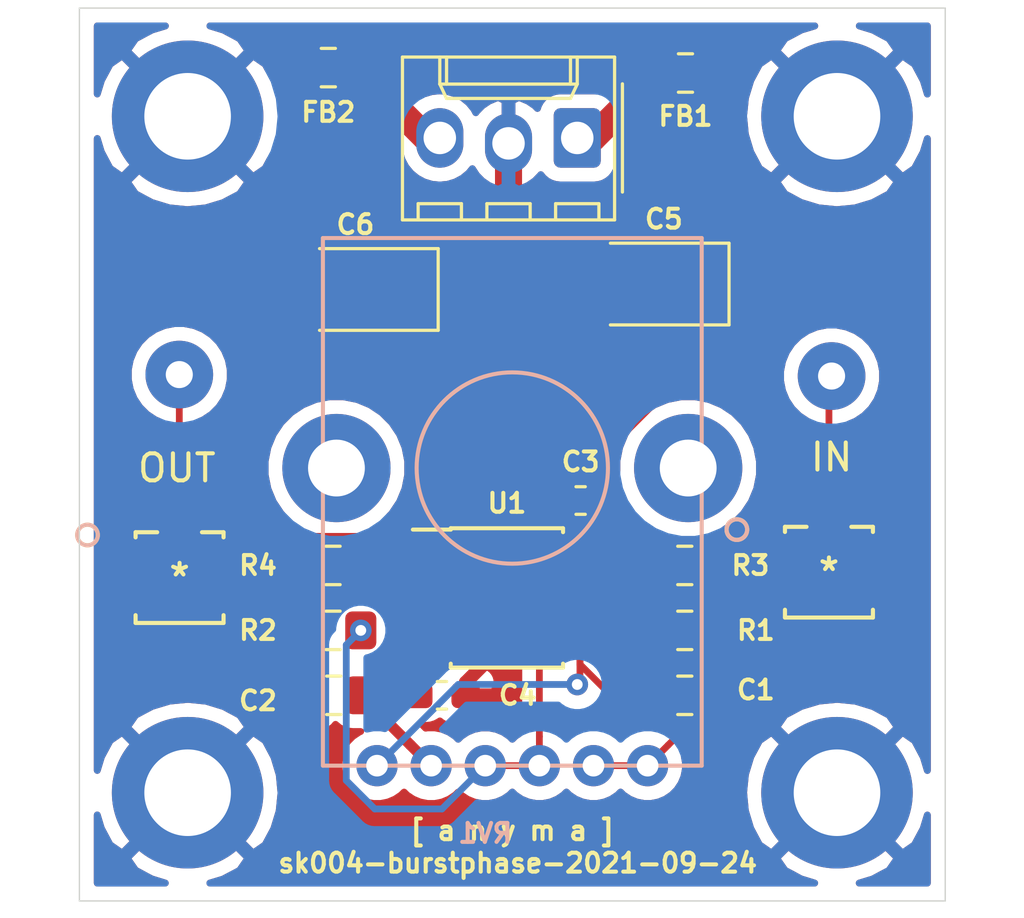
<source format=kicad_pcb>
(kicad_pcb (version 20171130) (host pcbnew "(5.1.5-0-10_14)")

  (general
    (thickness 1.6)
    (drawings 8)
    (tracks 96)
    (zones 0)
    (modules 23)
    (nets 13)
  )

  (page A4)
  (layers
    (0 F.Cu signal)
    (31 B.Cu signal)
    (32 B.Adhes user)
    (33 F.Adhes user)
    (34 B.Paste user)
    (35 F.Paste user)
    (36 B.SilkS user)
    (37 F.SilkS user)
    (38 B.Mask user)
    (39 F.Mask user)
    (40 Dwgs.User user)
    (41 Cmts.User user)
    (42 Eco1.User user)
    (43 Eco2.User user)
    (44 Edge.Cuts user)
    (45 Margin user)
    (46 B.CrtYd user)
    (47 F.CrtYd user)
    (48 B.Fab user)
    (49 F.Fab user)
  )

  (setup
    (last_trace_width 0.25)
    (user_trace_width 0.25)
    (user_trace_width 0.5)
    (user_trace_width 1)
    (trace_clearance 0.25)
    (zone_clearance 0.508)
    (zone_45_only no)
    (trace_min 0.2)
    (via_size 0.8)
    (via_drill 0.4)
    (via_min_size 0.4)
    (via_min_drill 0.3)
    (uvia_size 0.3)
    (uvia_drill 0.1)
    (uvias_allowed no)
    (uvia_min_size 0.2)
    (uvia_min_drill 0.1)
    (edge_width 0.05)
    (segment_width 0.2)
    (pcb_text_width 0.3)
    (pcb_text_size 1.5 1.5)
    (mod_edge_width 0.12)
    (mod_text_size 1 1)
    (mod_text_width 0.15)
    (pad_size 1.74 2.2)
    (pad_drill 1.2)
    (pad_to_mask_clearance 0.051)
    (solder_mask_min_width 0.25)
    (aux_axis_origin 0 0)
    (visible_elements FFFFFF7F)
    (pcbplotparams
      (layerselection 0x010fc_ffffffff)
      (usegerberextensions false)
      (usegerberattributes false)
      (usegerberadvancedattributes false)
      (creategerberjobfile false)
      (excludeedgelayer true)
      (linewidth 0.100000)
      (plotframeref false)
      (viasonmask false)
      (mode 1)
      (useauxorigin false)
      (hpglpennumber 1)
      (hpglpenspeed 20)
      (hpglpendiameter 15.000000)
      (psnegative false)
      (psa4output false)
      (plotreference true)
      (plotvalue true)
      (plotinvisibletext false)
      (padsonsilk false)
      (subtractmaskfromsilk false)
      (outputformat 3)
      (mirror false)
      (drillshape 0)
      (scaleselection 1)
      (outputdirectory ""))
  )

  (net 0 "")
  (net 1 "Net-(C1-Pad1)")
  (net 2 GND)
  (net 3 "Net-(C2-Pad1)")
  (net 4 +5V)
  (net 5 -5V)
  (net 6 "Net-(FB1-Pad1)")
  (net 7 "Net-(FB2-Pad1)")
  (net 8 "Net-(R1-Pad1)")
  (net 9 "Net-(R2-Pad1)")
  (net 10 "Net-(R2-Pad2)")
  (net 11 "Net-(J1-Pad1)")
  (net 12 "Net-(J3-Pad1)")

  (net_class Default "This is the default net class."
    (clearance 0.25)
    (trace_width 0.25)
    (via_dia 0.8)
    (via_drill 0.4)
    (uvia_dia 0.3)
    (uvia_drill 0.1)
    (add_net +5V)
    (add_net -5V)
    (add_net GND)
    (add_net "Net-(C1-Pad1)")
    (add_net "Net-(C2-Pad1)")
    (add_net "Net-(FB1-Pad1)")
    (add_net "Net-(FB2-Pad1)")
    (add_net "Net-(J1-Pad1)")
    (add_net "Net-(J3-Pad1)")
    (add_net "Net-(R1-Pad1)")
    (add_net "Net-(R2-Pad1)")
    (add_net "Net-(R2-Pad2)")
  )

  (module synkie_footprints:SOIC-8_3.9x4.9mm_P1.27mm (layer F.Cu) (tedit 5A02F2D3) (tstamp 614ECF0E)
    (at 129.8 97.8)
    (descr "8-Lead Plastic Small Outline (SN) - Narrow, 3.90 mm Body [SOIC] (see Microchip Packaging Specification 00000049BS.pdf)")
    (tags "SOIC 1.27")
    (path /5CEFE5D2)
    (attr smd)
    (fp_text reference U1 (at 0 -3.5) (layer F.SilkS)
      (effects (font (size 0.7 0.7) (thickness 0.15)))
    )
    (fp_text value Opamp_Dual_Generic (at 0 3.5) (layer F.Fab)
      (effects (font (size 1 1) (thickness 0.15)))
    )
    (fp_line (start -2.075 -2.525) (end -3.475 -2.525) (layer F.SilkS) (width 0.15))
    (fp_line (start -2.075 2.575) (end 2.075 2.575) (layer F.SilkS) (width 0.15))
    (fp_line (start -2.075 -2.575) (end 2.075 -2.575) (layer F.SilkS) (width 0.15))
    (fp_line (start -2.075 2.575) (end -2.075 2.43) (layer F.SilkS) (width 0.15))
    (fp_line (start 2.075 2.575) (end 2.075 2.43) (layer F.SilkS) (width 0.15))
    (fp_line (start 2.075 -2.575) (end 2.075 -2.43) (layer F.SilkS) (width 0.15))
    (fp_line (start -2.075 -2.575) (end -2.075 -2.525) (layer F.SilkS) (width 0.15))
    (fp_line (start -3.73 2.7) (end 3.73 2.7) (layer F.CrtYd) (width 0.05))
    (fp_line (start -3.73 -2.7) (end 3.73 -2.7) (layer F.CrtYd) (width 0.05))
    (fp_line (start 3.73 -2.7) (end 3.73 2.7) (layer F.CrtYd) (width 0.05))
    (fp_line (start -3.73 -2.7) (end -3.73 2.7) (layer F.CrtYd) (width 0.05))
    (fp_line (start -1.95 -1.45) (end -0.95 -2.45) (layer F.Fab) (width 0.1))
    (fp_line (start -1.95 2.45) (end -1.95 -1.45) (layer F.Fab) (width 0.1))
    (fp_line (start 1.95 2.45) (end -1.95 2.45) (layer F.Fab) (width 0.1))
    (fp_line (start 1.95 -2.45) (end 1.95 2.45) (layer F.Fab) (width 0.1))
    (fp_line (start -0.95 -2.45) (end 1.95 -2.45) (layer F.Fab) (width 0.1))
    (fp_text user %R (at 0 0) (layer F.Fab)
      (effects (font (size 0.7 0.7) (thickness 0.15)))
    )
    (pad 8 smd rect (at 2.7 -1.905) (size 1.55 0.6) (layers F.Cu F.Paste F.Mask)
      (net 4 +5V))
    (pad 7 smd rect (at 2.7 -0.635) (size 1.55 0.6) (layers F.Cu F.Paste F.Mask)
      (net 10 "Net-(R2-Pad2)"))
    (pad 6 smd rect (at 2.7 0.635) (size 1.55 0.6) (layers F.Cu F.Paste F.Mask)
      (net 8 "Net-(R1-Pad1)"))
    (pad 5 smd rect (at 2.7 1.905) (size 1.55 0.6) (layers F.Cu F.Paste F.Mask)
      (net 1 "Net-(C1-Pad1)"))
    (pad 4 smd rect (at -2.7 1.905) (size 1.55 0.6) (layers F.Cu F.Paste F.Mask)
      (net 5 -5V))
    (pad 3 smd rect (at -2.7 0.635) (size 1.55 0.6) (layers F.Cu F.Paste F.Mask)
      (net 3 "Net-(C2-Pad1)"))
    (pad 2 smd rect (at -2.7 -0.635) (size 1.55 0.6) (layers F.Cu F.Paste F.Mask)
      (net 9 "Net-(R2-Pad1)"))
    (pad 1 smd rect (at -2.7 -1.905) (size 1.55 0.6) (layers F.Cu F.Paste F.Mask)
      (net 12 "Net-(J3-Pad1)"))
    (model ${KISYS3DMOD}/Package_SO.3dshapes/SOIC-8_3.9x4.9mm_P1.27mm.wrl
      (at (xyz 0 0 0))
      (scale (xyz 1 1 1))
      (rotate (xyz 0 0 0))
    )
  )

  (module synkie_footprints:RK12L123 (layer B.Cu) (tedit 5DD2DBA1) (tstamp 614ECEF1)
    (at 130 104 180)
    (path /5DD36098)
    (fp_text reference RV1 (at 1 -2.5) (layer B.SilkS)
      (effects (font (size 0.7 0.7) (thickness 0.15)) (justify mirror))
    )
    (fp_text value R_POT_Dual (at 1 -1.5) (layer B.Fab)
      (effects (font (size 1 1) (thickness 0.15)) (justify mirror))
    )
    (fp_line (start -6.5 0) (end -7 0) (layer B.SilkS) (width 0.15))
    (fp_line (start 7 0) (end -6.5 0) (layer B.SilkS) (width 0.15))
    (fp_line (start 7 19.5) (end 7 0) (layer B.SilkS) (width 0.15))
    (fp_line (start -7 19.5) (end 7 19.5) (layer B.SilkS) (width 0.15))
    (fp_line (start -7 0) (end -7 19.5) (layer B.SilkS) (width 0.15))
    (fp_circle (center 0 11) (end 3.5 11.5) (layer B.SilkS) (width 0.15))
    (pad 9 thru_hole circle (at -6.5 11 180) (size 4 4) (drill 2.1) (layers *.Cu *.Mask))
    (pad 7 thru_hole circle (at 6.5 11 180) (size 4 4) (drill 2.1) (layers *.Cu *.Mask))
    (pad 6 thru_hole circle (at 3 0 180) (size 1.524 1.524) (drill 0.8) (layers *.Cu *.Mask)
      (net 3 "Net-(C2-Pad1)"))
    (pad 5 thru_hole circle (at 1 0 180) (size 1.524 1.524) (drill 0.8) (layers *.Cu *.Mask)
      (net 10 "Net-(R2-Pad2)"))
    (pad 4 thru_hole circle (at -1 0 180) (size 1.524 1.524) (drill 0.8) (layers *.Cu *.Mask)
      (net 10 "Net-(R2-Pad2)"))
    (pad 3 thru_hole circle (at 5 0 180) (size 1.524 1.524) (drill 0.8) (layers *.Cu *.Mask)
      (net 1 "Net-(C1-Pad1)"))
    (pad 2 thru_hole circle (at -5 0 180) (size 1.524 1.524) (drill 0.8) (layers *.Cu *.Mask)
      (net 11 "Net-(J1-Pad1)"))
    (pad 1 thru_hole circle (at -3 0 180) (size 1.524 1.524) (drill 0.8) (layers *.Cu *.Mask)
      (net 11 "Net-(J1-Pad1)"))
  )

  (module synkie_footprints:R_0805_2012Metric_Pad1.15x1.40mm_HandSolder (layer F.Cu) (tedit 5B36C52B) (tstamp 614ECEDF)
    (at 123.375 96.6)
    (descr "Resistor SMD 0805 (2012 Metric), square (rectangular) end terminal, IPC_7351 nominal with elongated pad for handsoldering. (Body size source: https://docs.google.com/spreadsheets/d/1BsfQQcO9C6DZCsRaXUlFlo91Tg2WpOkGARC1WS5S8t0/edit?usp=sharing), generated with kicad-footprint-generator")
    (tags "resistor handsolder")
    (path /5CF09288)
    (attr smd)
    (fp_text reference R4 (at -2.775 0) (layer F.SilkS)
      (effects (font (size 0.7 0.7) (thickness 0.15)))
    )
    (fp_text value 220 (at 0 1.65) (layer F.Fab)
      (effects (font (size 1 1) (thickness 0.15)))
    )
    (fp_text user %R (at 0 0) (layer F.Fab)
      (effects (font (size 0.7 0.7) (thickness 0.08)))
    )
    (fp_line (start 1.85 0.95) (end -1.85 0.95) (layer F.CrtYd) (width 0.05))
    (fp_line (start 1.85 -0.95) (end 1.85 0.95) (layer F.CrtYd) (width 0.05))
    (fp_line (start -1.85 -0.95) (end 1.85 -0.95) (layer F.CrtYd) (width 0.05))
    (fp_line (start -1.85 0.95) (end -1.85 -0.95) (layer F.CrtYd) (width 0.05))
    (fp_line (start -0.261252 0.71) (end 0.261252 0.71) (layer F.SilkS) (width 0.12))
    (fp_line (start -0.261252 -0.71) (end 0.261252 -0.71) (layer F.SilkS) (width 0.12))
    (fp_line (start 1 0.6) (end -1 0.6) (layer F.Fab) (width 0.1))
    (fp_line (start 1 -0.6) (end 1 0.6) (layer F.Fab) (width 0.1))
    (fp_line (start -1 -0.6) (end 1 -0.6) (layer F.Fab) (width 0.1))
    (fp_line (start -1 0.6) (end -1 -0.6) (layer F.Fab) (width 0.1))
    (pad 2 smd roundrect (at 1.025 0) (size 1.15 1.4) (layers F.Cu F.Paste F.Mask) (roundrect_rratio 0.217391)
      (net 9 "Net-(R2-Pad1)"))
    (pad 1 smd roundrect (at -1.025 0) (size 1.15 1.4) (layers F.Cu F.Paste F.Mask) (roundrect_rratio 0.217391)
      (net 12 "Net-(J3-Pad1)"))
    (model ${KISYS3DMOD}/Resistor_SMD.3dshapes/R_0805_2012Metric.wrl
      (at (xyz 0 0 0))
      (scale (xyz 1 1 1))
      (rotate (xyz 0 0 0))
    )
  )

  (module synkie_footprints:R_0805_2012Metric_Pad1.15x1.40mm_HandSolder (layer F.Cu) (tedit 5B36C52B) (tstamp 614ED970)
    (at 136.375 96.6)
    (descr "Resistor SMD 0805 (2012 Metric), square (rectangular) end terminal, IPC_7351 nominal with elongated pad for handsoldering. (Body size source: https://docs.google.com/spreadsheets/d/1BsfQQcO9C6DZCsRaXUlFlo91Tg2WpOkGARC1WS5S8t0/edit?usp=sharing), generated with kicad-footprint-generator")
    (tags "resistor handsolder")
    (path /5CF077C1)
    (attr smd)
    (fp_text reference R3 (at 2.425 0) (layer F.SilkS)
      (effects (font (size 0.7 0.7) (thickness 0.15)))
    )
    (fp_text value 220 (at 0 1.65) (layer F.Fab)
      (effects (font (size 1 1) (thickness 0.15)))
    )
    (fp_text user %R (at 0 0) (layer F.Fab)
      (effects (font (size 0.7 0.7) (thickness 0.08)))
    )
    (fp_line (start 1.85 0.95) (end -1.85 0.95) (layer F.CrtYd) (width 0.05))
    (fp_line (start 1.85 -0.95) (end 1.85 0.95) (layer F.CrtYd) (width 0.05))
    (fp_line (start -1.85 -0.95) (end 1.85 -0.95) (layer F.CrtYd) (width 0.05))
    (fp_line (start -1.85 0.95) (end -1.85 -0.95) (layer F.CrtYd) (width 0.05))
    (fp_line (start -0.261252 0.71) (end 0.261252 0.71) (layer F.SilkS) (width 0.12))
    (fp_line (start -0.261252 -0.71) (end 0.261252 -0.71) (layer F.SilkS) (width 0.12))
    (fp_line (start 1 0.6) (end -1 0.6) (layer F.Fab) (width 0.1))
    (fp_line (start 1 -0.6) (end 1 0.6) (layer F.Fab) (width 0.1))
    (fp_line (start -1 -0.6) (end 1 -0.6) (layer F.Fab) (width 0.1))
    (fp_line (start -1 0.6) (end -1 -0.6) (layer F.Fab) (width 0.1))
    (pad 2 smd roundrect (at 1.025 0) (size 1.15 1.4) (layers F.Cu F.Paste F.Mask) (roundrect_rratio 0.217391)
      (net 8 "Net-(R1-Pad1)"))
    (pad 1 smd roundrect (at -1.025 0) (size 1.15 1.4) (layers F.Cu F.Paste F.Mask) (roundrect_rratio 0.217391)
      (net 10 "Net-(R2-Pad2)"))
    (model ${KISYS3DMOD}/Resistor_SMD.3dshapes/R_0805_2012Metric.wrl
      (at (xyz 0 0 0))
      (scale (xyz 1 1 1))
      (rotate (xyz 0 0 0))
    )
  )

  (module synkie_footprints:R_0805_2012Metric_Pad1.15x1.40mm_HandSolder (layer F.Cu) (tedit 5B36C52B) (tstamp 614ECEBD)
    (at 123.375 99)
    (descr "Resistor SMD 0805 (2012 Metric), square (rectangular) end terminal, IPC_7351 nominal with elongated pad for handsoldering. (Body size source: https://docs.google.com/spreadsheets/d/1BsfQQcO9C6DZCsRaXUlFlo91Tg2WpOkGARC1WS5S8t0/edit?usp=sharing), generated with kicad-footprint-generator")
    (tags "resistor handsolder")
    (path /5CF07F29)
    (attr smd)
    (fp_text reference R2 (at -2.775 0) (layer F.SilkS)
      (effects (font (size 0.7 0.7) (thickness 0.15)))
    )
    (fp_text value 220 (at 0 1.65) (layer F.Fab)
      (effects (font (size 1 1) (thickness 0.15)))
    )
    (fp_text user %R (at 0 0) (layer F.Fab)
      (effects (font (size 0.7 0.7) (thickness 0.08)))
    )
    (fp_line (start 1.85 0.95) (end -1.85 0.95) (layer F.CrtYd) (width 0.05))
    (fp_line (start 1.85 -0.95) (end 1.85 0.95) (layer F.CrtYd) (width 0.05))
    (fp_line (start -1.85 -0.95) (end 1.85 -0.95) (layer F.CrtYd) (width 0.05))
    (fp_line (start -1.85 0.95) (end -1.85 -0.95) (layer F.CrtYd) (width 0.05))
    (fp_line (start -0.261252 0.71) (end 0.261252 0.71) (layer F.SilkS) (width 0.12))
    (fp_line (start -0.261252 -0.71) (end 0.261252 -0.71) (layer F.SilkS) (width 0.12))
    (fp_line (start 1 0.6) (end -1 0.6) (layer F.Fab) (width 0.1))
    (fp_line (start 1 -0.6) (end 1 0.6) (layer F.Fab) (width 0.1))
    (fp_line (start -1 -0.6) (end 1 -0.6) (layer F.Fab) (width 0.1))
    (fp_line (start -1 0.6) (end -1 -0.6) (layer F.Fab) (width 0.1))
    (pad 2 smd roundrect (at 1.025 0) (size 1.15 1.4) (layers F.Cu F.Paste F.Mask) (roundrect_rratio 0.217391)
      (net 10 "Net-(R2-Pad2)"))
    (pad 1 smd roundrect (at -1.025 0) (size 1.15 1.4) (layers F.Cu F.Paste F.Mask) (roundrect_rratio 0.217391)
      (net 9 "Net-(R2-Pad1)"))
    (model ${KISYS3DMOD}/Resistor_SMD.3dshapes/R_0805_2012Metric.wrl
      (at (xyz 0 0 0))
      (scale (xyz 1 1 1))
      (rotate (xyz 0 0 0))
    )
  )

  (module synkie_footprints:R_0805_2012Metric_Pad1.15x1.40mm_HandSolder (layer F.Cu) (tedit 5B36C52B) (tstamp 614ECEAC)
    (at 136.375 99)
    (descr "Resistor SMD 0805 (2012 Metric), square (rectangular) end terminal, IPC_7351 nominal with elongated pad for handsoldering. (Body size source: https://docs.google.com/spreadsheets/d/1BsfQQcO9C6DZCsRaXUlFlo91Tg2WpOkGARC1WS5S8t0/edit?usp=sharing), generated with kicad-footprint-generator")
    (tags "resistor handsolder")
    (path /5CF0371B)
    (attr smd)
    (fp_text reference R1 (at 2.625 0) (layer F.SilkS)
      (effects (font (size 0.7 0.7) (thickness 0.15)))
    )
    (fp_text value 220 (at 0 1.65) (layer F.Fab)
      (effects (font (size 1 1) (thickness 0.15)))
    )
    (fp_text user %R (at 0 0) (layer F.Fab)
      (effects (font (size 0.7 0.7) (thickness 0.08)))
    )
    (fp_line (start 1.85 0.95) (end -1.85 0.95) (layer F.CrtYd) (width 0.05))
    (fp_line (start 1.85 -0.95) (end 1.85 0.95) (layer F.CrtYd) (width 0.05))
    (fp_line (start -1.85 -0.95) (end 1.85 -0.95) (layer F.CrtYd) (width 0.05))
    (fp_line (start -1.85 0.95) (end -1.85 -0.95) (layer F.CrtYd) (width 0.05))
    (fp_line (start -0.261252 0.71) (end 0.261252 0.71) (layer F.SilkS) (width 0.12))
    (fp_line (start -0.261252 -0.71) (end 0.261252 -0.71) (layer F.SilkS) (width 0.12))
    (fp_line (start 1 0.6) (end -1 0.6) (layer F.Fab) (width 0.1))
    (fp_line (start 1 -0.6) (end 1 0.6) (layer F.Fab) (width 0.1))
    (fp_line (start -1 -0.6) (end 1 -0.6) (layer F.Fab) (width 0.1))
    (fp_line (start -1 0.6) (end -1 -0.6) (layer F.Fab) (width 0.1))
    (pad 2 smd roundrect (at 1.025 0) (size 1.15 1.4) (layers F.Cu F.Paste F.Mask) (roundrect_rratio 0.217391)
      (net 11 "Net-(J1-Pad1)"))
    (pad 1 smd roundrect (at -1.025 0) (size 1.15 1.4) (layers F.Cu F.Paste F.Mask) (roundrect_rratio 0.217391)
      (net 8 "Net-(R1-Pad1)"))
    (model ${KISYS3DMOD}/Resistor_SMD.3dshapes/R_0805_2012Metric.wrl
      (at (xyz 0 0 0))
      (scale (xyz 1 1 1))
      (rotate (xyz 0 0 0))
    )
  )

  (module synkie_footprints:Molex_KK-254_AE-6410-03A_1x03_P2.54mm_Vertical (layer F.Cu) (tedit 5E9C4158) (tstamp 614ECE9B)
    (at 132.4 80.8 180)
    (descr "Molex KK-254 Interconnect System, old/engineering part number: AE-6410-03A example for new part number: 22-27-2031, 3 Pins (http://www.molex.com/pdm_docs/sd/022272021_sd.pdf), generated with kicad-footprint-generator")
    (tags "connector Molex KK-254 side entry")
    (path /5CF2C01D)
    (fp_text reference J5 (at 2.54 -4.12) (layer F.SilkS) hide
      (effects (font (size 0.7 0.7) (thickness 0.15)))
    )
    (fp_text value Conn_01x03 (at 2.54 4.08) (layer F.Fab)
      (effects (font (size 1 1) (thickness 0.15)))
    )
    (fp_text user %R (at 2.54 -2.22) (layer F.Fab) hide
      (effects (font (size 0.7 0.7) (thickness 0.15)))
    )
    (fp_line (start 6.85 -3.42) (end -1.77 -3.42) (layer F.CrtYd) (width 0.05))
    (fp_line (start 6.85 3.38) (end 6.85 -3.42) (layer F.CrtYd) (width 0.05))
    (fp_line (start -1.77 3.38) (end 6.85 3.38) (layer F.CrtYd) (width 0.05))
    (fp_line (start -1.77 -3.42) (end -1.77 3.38) (layer F.CrtYd) (width 0.05))
    (fp_line (start 5.88 -2.43) (end 5.88 -3.03) (layer F.SilkS) (width 0.12))
    (fp_line (start 4.28 -2.43) (end 5.88 -2.43) (layer F.SilkS) (width 0.12))
    (fp_line (start 4.28 -3.03) (end 4.28 -2.43) (layer F.SilkS) (width 0.12))
    (fp_line (start 3.34 -2.43) (end 3.34 -3.03) (layer F.SilkS) (width 0.12))
    (fp_line (start 1.74 -2.43) (end 3.34 -2.43) (layer F.SilkS) (width 0.12))
    (fp_line (start 1.74 -3.03) (end 1.74 -2.43) (layer F.SilkS) (width 0.12))
    (fp_line (start 0.8 -2.43) (end 0.8 -3.03) (layer F.SilkS) (width 0.12))
    (fp_line (start -0.8 -2.43) (end 0.8 -2.43) (layer F.SilkS) (width 0.12))
    (fp_line (start -0.8 -3.03) (end -0.8 -2.43) (layer F.SilkS) (width 0.12))
    (fp_line (start 4.83 2.99) (end 4.83 1.99) (layer F.SilkS) (width 0.12))
    (fp_line (start 0.25 2.99) (end 0.25 1.99) (layer F.SilkS) (width 0.12))
    (fp_line (start 4.83 1.46) (end 5.08 1.99) (layer F.SilkS) (width 0.12))
    (fp_line (start 0.25 1.46) (end 4.83 1.46) (layer F.SilkS) (width 0.12))
    (fp_line (start 0 1.99) (end 0.25 1.46) (layer F.SilkS) (width 0.12))
    (fp_line (start 5.08 1.99) (end 5.08 2.99) (layer F.SilkS) (width 0.12))
    (fp_line (start 0 1.99) (end 5.08 1.99) (layer F.SilkS) (width 0.12))
    (fp_line (start 0 2.99) (end 0 1.99) (layer F.SilkS) (width 0.12))
    (fp_line (start -0.562893 0) (end -1.27 0.5) (layer F.Fab) (width 0.1))
    (fp_line (start -1.27 -0.5) (end -0.562893 0) (layer F.Fab) (width 0.1))
    (fp_line (start -1.67 -2) (end -1.67 2) (layer F.SilkS) (width 0.12))
    (fp_line (start 6.46 -3.03) (end -1.38 -3.03) (layer F.SilkS) (width 0.12))
    (fp_line (start 6.46 2.99) (end 6.46 -3.03) (layer F.SilkS) (width 0.12))
    (fp_line (start -1.38 2.99) (end 6.46 2.99) (layer F.SilkS) (width 0.12))
    (fp_line (start -1.38 -3.03) (end -1.38 2.99) (layer F.SilkS) (width 0.12))
    (fp_line (start 6.35 -2.92) (end -1.27 -2.92) (layer F.Fab) (width 0.1))
    (fp_line (start 6.35 2.88) (end 6.35 -2.92) (layer F.Fab) (width 0.1))
    (fp_line (start -1.27 2.88) (end 6.35 2.88) (layer F.Fab) (width 0.1))
    (fp_line (start -1.27 -2.92) (end -1.27 2.88) (layer F.Fab) (width 0.1))
    (pad 3 thru_hole oval (at 5.08 0 180) (size 1.74 2.2) (drill 1.2) (layers *.Cu *.Mask)
      (net 7 "Net-(FB2-Pad1)"))
    (pad 2 thru_hole oval (at 2.54 -0.2 180) (size 1.74 2.2) (drill 1.2) (layers *.Cu *.Mask)
      (net 2 GND))
    (pad 1 thru_hole roundrect (at 0 0 180) (size 1.74 2.2) (drill 1.2) (layers *.Cu *.Mask) (roundrect_rratio 0.143678)
      (net 6 "Net-(FB1-Pad1)"))
    (model ${KISYS3DMOD}/Connector_Molex.3dshapes/Molex_KK-254_AE-6410-03A_1x03_P2.54mm_Vertical.wrl
      (at (xyz 0 0 0))
      (scale (xyz 1 1 1))
      (rotate (xyz 0 0 0))
    )
  )

  (module synkie_footprints:TE_UMCC_2337019-1 (layer F.Cu) (tedit 5FF19621) (tstamp 614ECE73)
    (at 117.702499 97.049399)
    (path /615D88EC)
    (fp_text reference J4 (at 0.2 -4.6) (layer F.SilkS) hide
      (effects (font (size 0.7 0.7) (thickness 0.15)))
    )
    (fp_text value OUT (at 0.2 2.9) (layer F.SilkS) hide
      (effects (font (size 1 1) (thickness 0.15)))
    )
    (fp_text user "Copyright 2016 Accelerated Designs. All rights reserved." (at 0 0) (layer Cmts.User)
      (effects (font (size 0.127 0.127) (thickness 0.002)))
    )
    (fp_text user * (at 0 0) (layer F.SilkS)
      (effects (font (size 1 1) (thickness 0.15)))
    )
    (fp_text user * (at 0 0) (layer F.Fab)
      (effects (font (size 1 1) (thickness 0.15)))
    )
    (fp_line (start -1.6256 1.676401) (end 1.6256 1.676401) (layer F.SilkS) (width 0.1524))
    (fp_line (start 1.6256 1.676401) (end 1.6256 1.388241) (layer F.SilkS) (width 0.1524))
    (fp_line (start 1.6256 -1.6764) (end 0.82804 -1.6764) (layer F.SilkS) (width 0.1524))
    (fp_line (start -1.6256 -1.6764) (end -1.6256 -1.487039) (layer F.SilkS) (width 0.1524))
    (fp_line (start -1.4986 1.549401) (end 1.4986 1.549401) (layer F.Fab) (width 0.1524))
    (fp_line (start 1.4986 1.549401) (end 1.4986 -1.5494) (layer F.Fab) (width 0.1524))
    (fp_line (start 1.4986 -1.5494) (end -1.4986 -1.5494) (layer F.Fab) (width 0.1524))
    (fp_line (start -1.4986 -1.5494) (end -1.4986 1.549401) (layer F.Fab) (width 0.1524))
    (fp_line (start -0.82804 -1.6764) (end -1.6256 -1.6764) (layer F.SilkS) (width 0.1524))
    (fp_line (start -1.6256 1.388241) (end -1.6256 1.676401) (layer F.SilkS) (width 0.1524))
    (fp_line (start 1.6256 -1.487039) (end 1.6256 -1.6764) (layer F.SilkS) (width 0.1524))
    (fp_line (start -1.9222 -2.3491) (end -1.9222 1.803401) (layer F.CrtYd) (width 0.1524))
    (fp_line (start -1.9222 1.803401) (end 1.9222 1.803401) (layer F.CrtYd) (width 0.1524))
    (fp_line (start 1.9222 1.803401) (end 1.9222 -2.3491) (layer F.CrtYd) (width 0.1524))
    (fp_line (start 1.9222 -2.3491) (end -1.9222 -2.3491) (layer F.CrtYd) (width 0.1524))
    (fp_circle (center 0 -3.4794) (end 0.381 -3.4794) (layer F.Fab) (width 0.1524))
    (fp_circle (center -3.4036 -1.5744) (end -3.0226 -1.5744) (layer F.SilkS) (width 0.1524))
    (fp_circle (center -3.4036 -1.5744) (end -3.0226 -1.5744) (layer B.SilkS) (width 0.1524))
    (pad 1 smd rect (at 0 -1.5744) (size 1 1.05) (layers F.Cu F.Paste F.Mask)
      (net 12 "Net-(J3-Pad1)"))
    (pad 2 smd rect (at -1.497501 -0.049399) (size 1.0414 2.2098) (layers F.Cu F.Paste F.Mask)
      (net 2 GND))
    (pad 3 smd rect (at 1.497501 -0.049399) (size 1.0414 2.2098) (layers F.Cu F.Paste F.Mask)
      (net 2 GND))
  )

  (module synkie_footprints:Solderpad_1mm (layer F.Cu) (tedit 5C6B1640) (tstamp 614ECE57)
    (at 118.2 89.8)
    (path /615EBFE4)
    (fp_text reference J3 (at 0 1.778) (layer F.SilkS) hide
      (effects (font (size 0.7 0.7) (thickness 0.15)))
    )
    (fp_text value OUT (at 0 -2.032) (layer F.Fab)
      (effects (font (size 1 1) (thickness 0.15)))
    )
    (pad 1 thru_hole circle (at -0.508 -0.254) (size 2.5 2.5) (drill 1) (layers *.Cu *.Mask)
      (net 12 "Net-(J3-Pad1)"))
  )

  (module synkie_footprints:TE_UMCC_2337019-1 (layer F.Cu) (tedit 5FF19621) (tstamp 614ECE52)
    (at 141.702499 96.849399)
    (path /615DC29A)
    (fp_text reference J2 (at 0.2 -4.6) (layer F.SilkS) hide
      (effects (font (size 0.7 0.7) (thickness 0.15)))
    )
    (fp_text value IN (at 0.2 2.9) (layer F.SilkS) hide
      (effects (font (size 1 1) (thickness 0.15)))
    )
    (fp_text user "Copyright 2016 Accelerated Designs. All rights reserved." (at 0 0) (layer Cmts.User)
      (effects (font (size 0.127 0.127) (thickness 0.002)))
    )
    (fp_text user * (at 0 0) (layer F.SilkS)
      (effects (font (size 1 1) (thickness 0.15)))
    )
    (fp_text user * (at 0 0) (layer F.Fab)
      (effects (font (size 1 1) (thickness 0.15)))
    )
    (fp_line (start -1.6256 1.676401) (end 1.6256 1.676401) (layer F.SilkS) (width 0.1524))
    (fp_line (start 1.6256 1.676401) (end 1.6256 1.388241) (layer F.SilkS) (width 0.1524))
    (fp_line (start 1.6256 -1.6764) (end 0.82804 -1.6764) (layer F.SilkS) (width 0.1524))
    (fp_line (start -1.6256 -1.6764) (end -1.6256 -1.487039) (layer F.SilkS) (width 0.1524))
    (fp_line (start -1.4986 1.549401) (end 1.4986 1.549401) (layer F.Fab) (width 0.1524))
    (fp_line (start 1.4986 1.549401) (end 1.4986 -1.5494) (layer F.Fab) (width 0.1524))
    (fp_line (start 1.4986 -1.5494) (end -1.4986 -1.5494) (layer F.Fab) (width 0.1524))
    (fp_line (start -1.4986 -1.5494) (end -1.4986 1.549401) (layer F.Fab) (width 0.1524))
    (fp_line (start -0.82804 -1.6764) (end -1.6256 -1.6764) (layer F.SilkS) (width 0.1524))
    (fp_line (start -1.6256 1.388241) (end -1.6256 1.676401) (layer F.SilkS) (width 0.1524))
    (fp_line (start 1.6256 -1.487039) (end 1.6256 -1.6764) (layer F.SilkS) (width 0.1524))
    (fp_line (start -1.9222 -2.3491) (end -1.9222 1.803401) (layer F.CrtYd) (width 0.1524))
    (fp_line (start -1.9222 1.803401) (end 1.9222 1.803401) (layer F.CrtYd) (width 0.1524))
    (fp_line (start 1.9222 1.803401) (end 1.9222 -2.3491) (layer F.CrtYd) (width 0.1524))
    (fp_line (start 1.9222 -2.3491) (end -1.9222 -2.3491) (layer F.CrtYd) (width 0.1524))
    (fp_circle (center 0 -3.4794) (end 0.381 -3.4794) (layer F.Fab) (width 0.1524))
    (fp_circle (center -3.4036 -1.5744) (end -3.0226 -1.5744) (layer F.SilkS) (width 0.1524))
    (fp_circle (center -3.4036 -1.5744) (end -3.0226 -1.5744) (layer B.SilkS) (width 0.1524))
    (pad 1 smd rect (at 0 -1.5744) (size 1 1.05) (layers F.Cu F.Paste F.Mask)
      (net 11 "Net-(J1-Pad1)"))
    (pad 2 smd rect (at -1.497501 -0.049399) (size 1.0414 2.2098) (layers F.Cu F.Paste F.Mask)
      (net 2 GND))
    (pad 3 smd rect (at 1.497501 -0.049399) (size 1.0414 2.2098) (layers F.Cu F.Paste F.Mask)
      (net 2 GND))
  )

  (module synkie_footprints:Solderpad_1mm (layer F.Cu) (tedit 5C6B1640) (tstamp 614ECE36)
    (at 142.308 89.854)
    (path /615EB03D)
    (fp_text reference J1 (at 0 1.778) (layer F.SilkS) hide
      (effects (font (size 0.7 0.7) (thickness 0.15)))
    )
    (fp_text value IN (at 0 -2.032) (layer F.Fab)
      (effects (font (size 1 1) (thickness 0.15)))
    )
    (pad 1 thru_hole circle (at -0.508 -0.254) (size 2.5 2.5) (drill 1) (layers *.Cu *.Mask)
      (net 11 "Net-(J1-Pad1)"))
  )

  (module MountingHole:MountingHole_3.2mm_M3_DIN965_Pad (layer F.Cu) (tedit 56D1B4CB) (tstamp 614ECE31)
    (at 142 80)
    (descr "Mounting Hole 3.2mm, M3, DIN965")
    (tags "mounting hole 3.2mm m3 din965")
    (path /615ECE34)
    (attr virtual)
    (fp_text reference H4 (at 0 -3.8) (layer F.SilkS) hide
      (effects (font (size 0.7 0.7) (thickness 0.15)))
    )
    (fp_text value MountingHole_Pad (at 0 3.8) (layer F.Fab)
      (effects (font (size 1 1) (thickness 0.15)))
    )
    (fp_circle (center 0 0) (end 3.05 0) (layer F.CrtYd) (width 0.05))
    (fp_circle (center 0 0) (end 2.8 0) (layer Cmts.User) (width 0.15))
    (fp_text user %R (at 0.3 0) (layer F.Fab) hide
      (effects (font (size 0.7 0.7) (thickness 0.15)))
    )
    (pad 1 thru_hole circle (at 0 0) (size 5.6 5.6) (drill 3.2) (layers *.Cu *.Mask)
      (net 2 GND))
  )

  (module MountingHole:MountingHole_3.2mm_M3_DIN965_Pad (layer F.Cu) (tedit 56D1B4CB) (tstamp 614ED17A)
    (at 142 105)
    (descr "Mounting Hole 3.2mm, M3, DIN965")
    (tags "mounting hole 3.2mm m3 din965")
    (path /615ED2CD)
    (attr virtual)
    (fp_text reference H3 (at 0 -3.8) (layer F.SilkS) hide
      (effects (font (size 0.7 0.7) (thickness 0.15)))
    )
    (fp_text value MountingHole_Pad (at 0 3.8) (layer F.Fab)
      (effects (font (size 1 1) (thickness 0.15)))
    )
    (fp_circle (center 0 0) (end 3.05 0) (layer F.CrtYd) (width 0.05))
    (fp_circle (center 0 0) (end 2.8 0) (layer Cmts.User) (width 0.15))
    (fp_text user %R (at 0.3 0) (layer F.Fab) hide
      (effects (font (size 0.7 0.7) (thickness 0.15)))
    )
    (pad 1 thru_hole circle (at 0 0) (size 5.6 5.6) (drill 3.2) (layers *.Cu *.Mask)
      (net 2 GND))
  )

  (module MountingHole:MountingHole_3.2mm_M3_DIN965_Pad (layer F.Cu) (tedit 56D1B4CB) (tstamp 614ECE21)
    (at 118 105)
    (descr "Mounting Hole 3.2mm, M3, DIN965")
    (tags "mounting hole 3.2mm m3 din965")
    (path /615ED43C)
    (attr virtual)
    (fp_text reference H2 (at 0 -3.8) (layer F.SilkS) hide
      (effects (font (size 0.7 0.7) (thickness 0.15)))
    )
    (fp_text value MountingHole_Pad (at 0 3.8) (layer F.Fab)
      (effects (font (size 1 1) (thickness 0.15)))
    )
    (fp_circle (center 0 0) (end 3.05 0) (layer F.CrtYd) (width 0.05))
    (fp_circle (center 0 0) (end 2.8 0) (layer Cmts.User) (width 0.15))
    (fp_text user %R (at 0.3 0) (layer F.Fab) hide
      (effects (font (size 0.7 0.7) (thickness 0.15)))
    )
    (pad 1 thru_hole circle (at 0 0) (size 5.6 5.6) (drill 3.2) (layers *.Cu *.Mask)
      (net 2 GND))
  )

  (module MountingHole:MountingHole_3.2mm_M3_DIN965_Pad (layer F.Cu) (tedit 56D1B4CB) (tstamp 614ECE19)
    (at 118 80)
    (descr "Mounting Hole 3.2mm, M3, DIN965")
    (tags "mounting hole 3.2mm m3 din965")
    (path /615ED6A2)
    (attr virtual)
    (fp_text reference H1 (at 0 -3.8) (layer F.SilkS) hide
      (effects (font (size 0.7 0.7) (thickness 0.15)))
    )
    (fp_text value MountingHole_Pad (at 0 3.8) (layer F.Fab)
      (effects (font (size 1 1) (thickness 0.15)))
    )
    (fp_circle (center 0 0) (end 3.05 0) (layer F.CrtYd) (width 0.05))
    (fp_circle (center 0 0) (end 2.8 0) (layer Cmts.User) (width 0.15))
    (fp_text user %R (at 0.3 0) (layer F.Fab) hide
      (effects (font (size 0.7 0.7) (thickness 0.15)))
    )
    (pad 1 thru_hole circle (at 0 0) (size 5.6 5.6) (drill 3.2) (layers *.Cu *.Mask)
      (net 2 GND))
  )

  (module synkie_footprints:L_0805_2012Metric_Pad1.15x1.40mm_HandSolder (layer F.Cu) (tedit 5B36C52B) (tstamp 614ECE11)
    (at 123.2 78.2 180)
    (descr "Capacitor SMD 0805 (2012 Metric), square (rectangular) end terminal, IPC_7351 nominal with elongated pad for handsoldering. (Body size source: https://docs.google.com/spreadsheets/d/1BsfQQcO9C6DZCsRaXUlFlo91Tg2WpOkGARC1WS5S8t0/edit?usp=sharing), generated with kicad-footprint-generator")
    (tags "inductor handsolder")
    (path /5CF2FF42)
    (attr smd)
    (fp_text reference FB2 (at 0 -1.65) (layer F.SilkS)
      (effects (font (size 0.7 0.7) (thickness 0.15)))
    )
    (fp_text value Ferrite_Bead (at 0 1.65) (layer F.Fab)
      (effects (font (size 1 1) (thickness 0.15)))
    )
    (fp_line (start -1 0.6) (end -1 -0.6) (layer F.Fab) (width 0.1))
    (fp_line (start -1 -0.6) (end 1 -0.6) (layer F.Fab) (width 0.1))
    (fp_line (start 1 -0.6) (end 1 0.6) (layer F.Fab) (width 0.1))
    (fp_line (start 1 0.6) (end -1 0.6) (layer F.Fab) (width 0.1))
    (fp_line (start -0.261252 -0.71) (end 0.261252 -0.71) (layer F.SilkS) (width 0.12))
    (fp_line (start -0.261252 0.71) (end 0.261252 0.71) (layer F.SilkS) (width 0.12))
    (fp_line (start -1.85 0.95) (end -1.85 -0.95) (layer F.CrtYd) (width 0.05))
    (fp_line (start -1.85 -0.95) (end 1.85 -0.95) (layer F.CrtYd) (width 0.05))
    (fp_line (start 1.85 -0.95) (end 1.85 0.95) (layer F.CrtYd) (width 0.05))
    (fp_line (start 1.85 0.95) (end -1.85 0.95) (layer F.CrtYd) (width 0.05))
    (fp_text user %R (at 0 0) (layer F.Fab)
      (effects (font (size 0.7 0.7) (thickness 0.08)))
    )
    (pad 1 smd roundrect (at -1.025 0 180) (size 1.15 1.4) (layers F.Cu F.Paste F.Mask) (roundrect_rratio 0.217391)
      (net 7 "Net-(FB2-Pad1)"))
    (pad 2 smd roundrect (at 1.025 0 180) (size 1.15 1.4) (layers F.Cu F.Paste F.Mask) (roundrect_rratio 0.217391)
      (net 5 -5V))
    (model ${KISYS3DMOD}/Inductor_SMD.3dshapes/L_0805_2012Metric.wrl
      (at (xyz 0 0 0))
      (scale (xyz 1 1 1))
      (rotate (xyz 0 0 0))
    )
  )

  (module synkie_footprints:L_0805_2012Metric_Pad1.15x1.40mm_HandSolder (layer F.Cu) (tedit 5B36C52B) (tstamp 614EE5B1)
    (at 136.4 78.4)
    (descr "Capacitor SMD 0805 (2012 Metric), square (rectangular) end terminal, IPC_7351 nominal with elongated pad for handsoldering. (Body size source: https://docs.google.com/spreadsheets/d/1BsfQQcO9C6DZCsRaXUlFlo91Tg2WpOkGARC1WS5S8t0/edit?usp=sharing), generated with kicad-footprint-generator")
    (tags "inductor handsolder")
    (path /5CF2EF68)
    (attr smd)
    (fp_text reference FB1 (at 0 1.6) (layer F.SilkS)
      (effects (font (size 0.7 0.7) (thickness 0.15)))
    )
    (fp_text value Ferrite_Bead (at 0 1.65) (layer F.Fab)
      (effects (font (size 1 1) (thickness 0.15)))
    )
    (fp_line (start -1 0.6) (end -1 -0.6) (layer F.Fab) (width 0.1))
    (fp_line (start -1 -0.6) (end 1 -0.6) (layer F.Fab) (width 0.1))
    (fp_line (start 1 -0.6) (end 1 0.6) (layer F.Fab) (width 0.1))
    (fp_line (start 1 0.6) (end -1 0.6) (layer F.Fab) (width 0.1))
    (fp_line (start -0.261252 -0.71) (end 0.261252 -0.71) (layer F.SilkS) (width 0.12))
    (fp_line (start -0.261252 0.71) (end 0.261252 0.71) (layer F.SilkS) (width 0.12))
    (fp_line (start -1.85 0.95) (end -1.85 -0.95) (layer F.CrtYd) (width 0.05))
    (fp_line (start -1.85 -0.95) (end 1.85 -0.95) (layer F.CrtYd) (width 0.05))
    (fp_line (start 1.85 -0.95) (end 1.85 0.95) (layer F.CrtYd) (width 0.05))
    (fp_line (start 1.85 0.95) (end -1.85 0.95) (layer F.CrtYd) (width 0.05))
    (fp_text user %R (at 0 0) (layer F.Fab)
      (effects (font (size 0.7 0.7) (thickness 0.08)))
    )
    (pad 1 smd roundrect (at -1.025 0) (size 1.15 1.4) (layers F.Cu F.Paste F.Mask) (roundrect_rratio 0.217391)
      (net 6 "Net-(FB1-Pad1)"))
    (pad 2 smd roundrect (at 1.025 0) (size 1.15 1.4) (layers F.Cu F.Paste F.Mask) (roundrect_rratio 0.217391)
      (net 4 +5V))
    (model ${KISYS3DMOD}/Inductor_SMD.3dshapes/L_0805_2012Metric.wrl
      (at (xyz 0 0 0))
      (scale (xyz 1 1 1))
      (rotate (xyz 0 0 0))
    )
  )

  (module synkie_footprints:CP_EIA-3528-21_Kemet-B_Pad1.50x2.35mm_HandSolder (layer F.Cu) (tedit 5B342532) (tstamp 614ECDEF)
    (at 124.625 86.4 180)
    (descr "Tantalum Capacitor SMD Kemet-B (3528-21 Metric), IPC_7351 nominal, (Body size from: http://www.kemet.com/Lists/ProductCatalog/Attachments/253/KEM_TC101_STD.pdf), generated with kicad-footprint-generator")
    (tags "capacitor tantalum")
    (path /5CF3B22D)
    (attr smd)
    (fp_text reference C6 (at 0.425 2.4) (layer F.SilkS)
      (effects (font (size 0.7 0.7) (thickness 0.15)))
    )
    (fp_text value 10u (at 0 2.35) (layer F.Fab)
      (effects (font (size 1 1) (thickness 0.15)))
    )
    (fp_text user %R (at 0 0) (layer F.Fab)
      (effects (font (size 0.7 0.7) (thickness 0.13)))
    )
    (fp_line (start 2.62 1.65) (end -2.62 1.65) (layer F.CrtYd) (width 0.05))
    (fp_line (start 2.62 -1.65) (end 2.62 1.65) (layer F.CrtYd) (width 0.05))
    (fp_line (start -2.62 -1.65) (end 2.62 -1.65) (layer F.CrtYd) (width 0.05))
    (fp_line (start -2.62 1.65) (end -2.62 -1.65) (layer F.CrtYd) (width 0.05))
    (fp_line (start -2.635 1.51) (end 1.75 1.51) (layer F.SilkS) (width 0.12))
    (fp_line (start -2.635 -1.51) (end -2.635 1.51) (layer F.SilkS) (width 0.12))
    (fp_line (start 1.75 -1.51) (end -2.635 -1.51) (layer F.SilkS) (width 0.12))
    (fp_line (start 1.75 1.4) (end 1.75 -1.4) (layer F.Fab) (width 0.1))
    (fp_line (start -1.75 1.4) (end 1.75 1.4) (layer F.Fab) (width 0.1))
    (fp_line (start -1.75 -0.7) (end -1.75 1.4) (layer F.Fab) (width 0.1))
    (fp_line (start -1.05 -1.4) (end -1.75 -0.7) (layer F.Fab) (width 0.1))
    (fp_line (start 1.75 -1.4) (end -1.05 -1.4) (layer F.Fab) (width 0.1))
    (pad 2 smd roundrect (at 1.625 0 180) (size 1.5 2.35) (layers F.Cu F.Paste F.Mask) (roundrect_rratio 0.166667)
      (net 5 -5V))
    (pad 1 smd roundrect (at -1.625 0 180) (size 1.5 2.35) (layers F.Cu F.Paste F.Mask) (roundrect_rratio 0.166667)
      (net 2 GND))
    (model ${KISYS3DMOD}/Capacitor_Tantalum_SMD.3dshapes/CP_EIA-3528-21_Kemet-B.wrl
      (at (xyz 0 0 0))
      (scale (xyz 1 1 1))
      (rotate (xyz 0 0 0))
    )
  )

  (module synkie_footprints:CP_EIA-3528-21_Kemet-B_Pad1.50x2.35mm_HandSolder (layer F.Cu) (tedit 5B342532) (tstamp 614ED6FF)
    (at 135.375 86.2 180)
    (descr "Tantalum Capacitor SMD Kemet-B (3528-21 Metric), IPC_7351 nominal, (Body size from: http://www.kemet.com/Lists/ProductCatalog/Attachments/253/KEM_TC101_STD.pdf), generated with kicad-footprint-generator")
    (tags "capacitor tantalum")
    (path /5CF35EA8)
    (attr smd)
    (fp_text reference C5 (at -0.225 2.4) (layer F.SilkS)
      (effects (font (size 0.7 0.7) (thickness 0.15)))
    )
    (fp_text value 10u (at 0 2.35) (layer F.Fab)
      (effects (font (size 1 1) (thickness 0.15)))
    )
    (fp_text user %R (at 0 0) (layer F.Fab)
      (effects (font (size 0.7 0.7) (thickness 0.13)))
    )
    (fp_line (start 2.62 1.65) (end -2.62 1.65) (layer F.CrtYd) (width 0.05))
    (fp_line (start 2.62 -1.65) (end 2.62 1.65) (layer F.CrtYd) (width 0.05))
    (fp_line (start -2.62 -1.65) (end 2.62 -1.65) (layer F.CrtYd) (width 0.05))
    (fp_line (start -2.62 1.65) (end -2.62 -1.65) (layer F.CrtYd) (width 0.05))
    (fp_line (start -2.635 1.51) (end 1.75 1.51) (layer F.SilkS) (width 0.12))
    (fp_line (start -2.635 -1.51) (end -2.635 1.51) (layer F.SilkS) (width 0.12))
    (fp_line (start 1.75 -1.51) (end -2.635 -1.51) (layer F.SilkS) (width 0.12))
    (fp_line (start 1.75 1.4) (end 1.75 -1.4) (layer F.Fab) (width 0.1))
    (fp_line (start -1.75 1.4) (end 1.75 1.4) (layer F.Fab) (width 0.1))
    (fp_line (start -1.75 -0.7) (end -1.75 1.4) (layer F.Fab) (width 0.1))
    (fp_line (start -1.05 -1.4) (end -1.75 -0.7) (layer F.Fab) (width 0.1))
    (fp_line (start 1.75 -1.4) (end -1.05 -1.4) (layer F.Fab) (width 0.1))
    (pad 2 smd roundrect (at 1.625 0 180) (size 1.5 2.35) (layers F.Cu F.Paste F.Mask) (roundrect_rratio 0.166667)
      (net 2 GND))
    (pad 1 smd roundrect (at -1.625 0 180) (size 1.5 2.35) (layers F.Cu F.Paste F.Mask) (roundrect_rratio 0.166667)
      (net 4 +5V))
    (model ${KISYS3DMOD}/Capacitor_Tantalum_SMD.3dshapes/CP_EIA-3528-21_Kemet-B.wrl
      (at (xyz 0 0 0))
      (scale (xyz 1 1 1))
      (rotate (xyz 0 0 0))
    )
  )

  (module synkie_footprints:C_0603_1608Metric_Pad1.05x0.95mm_HandSolder (layer F.Cu) (tedit 5B301BBE) (tstamp 614ECDC9)
    (at 127.4 101.4)
    (descr "Capacitor SMD 0603 (1608 Metric), square (rectangular) end terminal, IPC_7351 nominal with elongated pad for handsoldering. (Body size source: http://www.tortai-tech.com/upload/download/2011102023233369053.pdf), generated with kicad-footprint-generator")
    (tags "capacitor handsolder")
    (path /5CF1EF18)
    (attr smd)
    (fp_text reference C4 (at 2.8 0) (layer F.SilkS)
      (effects (font (size 0.7 0.7) (thickness 0.15)))
    )
    (fp_text value 100n (at 0 1.43) (layer F.Fab)
      (effects (font (size 1 1) (thickness 0.15)))
    )
    (fp_text user %R (at 0 0) (layer F.Fab)
      (effects (font (size 0.7 0.7) (thickness 0.06)))
    )
    (fp_line (start 1.65 0.73) (end -1.65 0.73) (layer F.CrtYd) (width 0.05))
    (fp_line (start 1.65 -0.73) (end 1.65 0.73) (layer F.CrtYd) (width 0.05))
    (fp_line (start -1.65 -0.73) (end 1.65 -0.73) (layer F.CrtYd) (width 0.05))
    (fp_line (start -1.65 0.73) (end -1.65 -0.73) (layer F.CrtYd) (width 0.05))
    (fp_line (start -0.171267 0.51) (end 0.171267 0.51) (layer F.SilkS) (width 0.12))
    (fp_line (start -0.171267 -0.51) (end 0.171267 -0.51) (layer F.SilkS) (width 0.12))
    (fp_line (start 0.8 0.4) (end -0.8 0.4) (layer F.Fab) (width 0.1))
    (fp_line (start 0.8 -0.4) (end 0.8 0.4) (layer F.Fab) (width 0.1))
    (fp_line (start -0.8 -0.4) (end 0.8 -0.4) (layer F.Fab) (width 0.1))
    (fp_line (start -0.8 0.4) (end -0.8 -0.4) (layer F.Fab) (width 0.1))
    (pad 2 smd roundrect (at 0.875 0) (size 1.05 0.95) (layers F.Cu F.Paste F.Mask) (roundrect_rratio 0.25)
      (net 2 GND))
    (pad 1 smd roundrect (at -0.875 0) (size 1.05 0.95) (layers F.Cu F.Paste F.Mask) (roundrect_rratio 0.25)
      (net 5 -5V))
    (model ${KISYS3DMOD}/Capacitor_SMD.3dshapes/C_0603_1608Metric.wrl
      (at (xyz 0 0 0))
      (scale (xyz 1 1 1))
      (rotate (xyz 0 0 0))
    )
  )

  (module synkie_footprints:C_0603_1608Metric_Pad1.05x0.95mm_HandSolder (layer F.Cu) (tedit 5B301BBE) (tstamp 614ECDB8)
    (at 132.525 94.2)
    (descr "Capacitor SMD 0603 (1608 Metric), square (rectangular) end terminal, IPC_7351 nominal with elongated pad for handsoldering. (Body size source: http://www.tortai-tech.com/upload/download/2011102023233369053.pdf), generated with kicad-footprint-generator")
    (tags "capacitor handsolder")
    (path /5CF1DF6E)
    (attr smd)
    (fp_text reference C3 (at 0 -1.43) (layer F.SilkS)
      (effects (font (size 0.7 0.7) (thickness 0.15)))
    )
    (fp_text value 100n (at 0 1.43) (layer F.Fab)
      (effects (font (size 1 1) (thickness 0.15)))
    )
    (fp_text user %R (at 0 0) (layer F.Fab)
      (effects (font (size 0.7 0.7) (thickness 0.06)))
    )
    (fp_line (start 1.65 0.73) (end -1.65 0.73) (layer F.CrtYd) (width 0.05))
    (fp_line (start 1.65 -0.73) (end 1.65 0.73) (layer F.CrtYd) (width 0.05))
    (fp_line (start -1.65 -0.73) (end 1.65 -0.73) (layer F.CrtYd) (width 0.05))
    (fp_line (start -1.65 0.73) (end -1.65 -0.73) (layer F.CrtYd) (width 0.05))
    (fp_line (start -0.171267 0.51) (end 0.171267 0.51) (layer F.SilkS) (width 0.12))
    (fp_line (start -0.171267 -0.51) (end 0.171267 -0.51) (layer F.SilkS) (width 0.12))
    (fp_line (start 0.8 0.4) (end -0.8 0.4) (layer F.Fab) (width 0.1))
    (fp_line (start 0.8 -0.4) (end 0.8 0.4) (layer F.Fab) (width 0.1))
    (fp_line (start -0.8 -0.4) (end 0.8 -0.4) (layer F.Fab) (width 0.1))
    (fp_line (start -0.8 0.4) (end -0.8 -0.4) (layer F.Fab) (width 0.1))
    (pad 2 smd roundrect (at 0.875 0) (size 1.05 0.95) (layers F.Cu F.Paste F.Mask) (roundrect_rratio 0.25)
      (net 2 GND))
    (pad 1 smd roundrect (at -0.875 0) (size 1.05 0.95) (layers F.Cu F.Paste F.Mask) (roundrect_rratio 0.25)
      (net 4 +5V))
    (model ${KISYS3DMOD}/Capacitor_SMD.3dshapes/C_0603_1608Metric.wrl
      (at (xyz 0 0 0))
      (scale (xyz 1 1 1))
      (rotate (xyz 0 0 0))
    )
  )

  (module synkie_footprints:C_0805_2012Metric_Pad1.15x1.40mm_HandSolder (layer F.Cu) (tedit 5B36C52B) (tstamp 614ECDA7)
    (at 123.4 101.4 180)
    (descr "Capacitor SMD 0805 (2012 Metric), square (rectangular) end terminal, IPC_7351 nominal with elongated pad for handsoldering. (Body size source: https://docs.google.com/spreadsheets/d/1BsfQQcO9C6DZCsRaXUlFlo91Tg2WpOkGARC1WS5S8t0/edit?usp=sharing), generated with kicad-footprint-generator")
    (tags "capacitor handsolder")
    (path /5CF0BC3B)
    (attr smd)
    (fp_text reference C2 (at 2.8 -0.2) (layer F.SilkS)
      (effects (font (size 0.7 0.7) (thickness 0.15)))
    )
    (fp_text value 10p (at 0 1.65) (layer F.Fab)
      (effects (font (size 1 1) (thickness 0.15)))
    )
    (fp_text user %R (at 0 0) (layer F.Fab)
      (effects (font (size 0.7 0.7) (thickness 0.08)))
    )
    (fp_line (start 1.85 0.95) (end -1.85 0.95) (layer F.CrtYd) (width 0.05))
    (fp_line (start 1.85 -0.95) (end 1.85 0.95) (layer F.CrtYd) (width 0.05))
    (fp_line (start -1.85 -0.95) (end 1.85 -0.95) (layer F.CrtYd) (width 0.05))
    (fp_line (start -1.85 0.95) (end -1.85 -0.95) (layer F.CrtYd) (width 0.05))
    (fp_line (start -0.261252 0.71) (end 0.261252 0.71) (layer F.SilkS) (width 0.12))
    (fp_line (start -0.261252 -0.71) (end 0.261252 -0.71) (layer F.SilkS) (width 0.12))
    (fp_line (start 1 0.6) (end -1 0.6) (layer F.Fab) (width 0.1))
    (fp_line (start 1 -0.6) (end 1 0.6) (layer F.Fab) (width 0.1))
    (fp_line (start -1 -0.6) (end 1 -0.6) (layer F.Fab) (width 0.1))
    (fp_line (start -1 0.6) (end -1 -0.6) (layer F.Fab) (width 0.1))
    (pad 2 smd roundrect (at 1.025 0 180) (size 1.15 1.4) (layers F.Cu F.Paste F.Mask) (roundrect_rratio 0.217391)
      (net 2 GND))
    (pad 1 smd roundrect (at -1.025 0 180) (size 1.15 1.4) (layers F.Cu F.Paste F.Mask) (roundrect_rratio 0.217391)
      (net 3 "Net-(C2-Pad1)"))
    (model ${KISYS3DMOD}/Capacitor_SMD.3dshapes/C_0805_2012Metric.wrl
      (at (xyz 0 0 0))
      (scale (xyz 1 1 1))
      (rotate (xyz 0 0 0))
    )
  )

  (module synkie_footprints:C_0805_2012Metric_Pad1.15x1.40mm_HandSolder (layer F.Cu) (tedit 5B36C52B) (tstamp 614ED317)
    (at 136.375 101.4)
    (descr "Capacitor SMD 0805 (2012 Metric), square (rectangular) end terminal, IPC_7351 nominal with elongated pad for handsoldering. (Body size source: https://docs.google.com/spreadsheets/d/1BsfQQcO9C6DZCsRaXUlFlo91Tg2WpOkGARC1WS5S8t0/edit?usp=sharing), generated with kicad-footprint-generator")
    (tags "capacitor handsolder")
    (path /5CF09A6F)
    (attr smd)
    (fp_text reference C1 (at 2.625 -0.2) (layer F.SilkS)
      (effects (font (size 0.7 0.7) (thickness 0.15)))
    )
    (fp_text value 10p (at 0 1.65) (layer F.Fab)
      (effects (font (size 1 1) (thickness 0.15)))
    )
    (fp_text user %R (at 0 0) (layer F.Fab)
      (effects (font (size 0.7 0.7) (thickness 0.08)))
    )
    (fp_line (start 1.85 0.95) (end -1.85 0.95) (layer F.CrtYd) (width 0.05))
    (fp_line (start 1.85 -0.95) (end 1.85 0.95) (layer F.CrtYd) (width 0.05))
    (fp_line (start -1.85 -0.95) (end 1.85 -0.95) (layer F.CrtYd) (width 0.05))
    (fp_line (start -1.85 0.95) (end -1.85 -0.95) (layer F.CrtYd) (width 0.05))
    (fp_line (start -0.261252 0.71) (end 0.261252 0.71) (layer F.SilkS) (width 0.12))
    (fp_line (start -0.261252 -0.71) (end 0.261252 -0.71) (layer F.SilkS) (width 0.12))
    (fp_line (start 1 0.6) (end -1 0.6) (layer F.Fab) (width 0.1))
    (fp_line (start 1 -0.6) (end 1 0.6) (layer F.Fab) (width 0.1))
    (fp_line (start -1 -0.6) (end 1 -0.6) (layer F.Fab) (width 0.1))
    (fp_line (start -1 0.6) (end -1 -0.6) (layer F.Fab) (width 0.1))
    (pad 2 smd roundrect (at 1.025 0) (size 1.15 1.4) (layers F.Cu F.Paste F.Mask) (roundrect_rratio 0.217391)
      (net 2 GND))
    (pad 1 smd roundrect (at -1.025 0) (size 1.15 1.4) (layers F.Cu F.Paste F.Mask) (roundrect_rratio 0.217391)
      (net 1 "Net-(C1-Pad1)"))
    (model ${KISYS3DMOD}/Capacitor_SMD.3dshapes/C_0805_2012Metric.wrl
      (at (xyz 0 0 0))
      (scale (xyz 1 1 1))
      (rotate (xyz 0 0 0))
    )
  )

  (gr_text "[ a n y m a ]" (at 130 106.4) (layer F.SilkS) (tstamp 614EE942)
    (effects (font (size 0.7 0.7) (thickness 0.15)))
  )
  (gr_text sk004-burstphase-2021-09-24 (at 130.2 107.6) (layer F.SilkS)
    (effects (font (size 0.7 0.7) (thickness 0.15)))
  )
  (gr_text OUT (at 117.6 93) (layer F.SilkS)
    (effects (font (size 1 1) (thickness 0.15)))
  )
  (gr_text IN (at 141.8 92.6) (layer F.SilkS)
    (effects (font (size 1 1) (thickness 0.15)))
  )
  (gr_line (start 114 109) (end 114 76) (layer Edge.Cuts) (width 0.05) (tstamp 614EDC65))
  (gr_line (start 146 109) (end 114 109) (layer Edge.Cuts) (width 0.05))
  (gr_line (start 146 76) (end 146 109) (layer Edge.Cuts) (width 0.05))
  (gr_line (start 114 76) (end 146 76) (layer Edge.Cuts) (width 0.05))

  (segment (start 133.645 101.4) (end 134.775 101.4) (width 0.25) (layer F.Cu) (net 1))
  (segment (start 132.5 100.255) (end 133.645 101.4) (width 0.25) (layer F.Cu) (net 1))
  (segment (start 134.775 101.4) (end 135.35 101.4) (width 0.25) (layer F.Cu) (net 1))
  (segment (start 132.5 99.705) (end 132.5 100.255) (width 0.25) (layer F.Cu) (net 1))
  (via (at 132.4 101) (size 0.8) (drill 0.4) (layers F.Cu B.Cu) (net 1))
  (segment (start 132.5 100.9) (end 132.4 101) (width 0.25) (layer F.Cu) (net 1))
  (segment (start 132.5 99.705) (end 132.5 100.9) (width 0.25) (layer F.Cu) (net 1))
  (segment (start 128 101) (end 125 104) (width 0.25) (layer B.Cu) (net 1))
  (segment (start 132.4 101) (end 128 101) (width 0.25) (layer B.Cu) (net 1))
  (segment (start 129.86 81) (end 129.86 85.86) (width 1) (layer F.Cu) (net 2))
  (segment (start 129.86 85.86) (end 129.32 86.4) (width 1) (layer F.Cu) (net 2))
  (segment (start 127.2 86.2) (end 127 86) (width 1) (layer F.Cu) (net 2))
  (segment (start 127 86) (end 126.25 86.4) (width 1) (layer F.Cu) (net 2))
  (segment (start 133.75 86.2) (end 127.2 86.2) (width 1) (layer F.Cu) (net 2))
  (segment (start 129.32 86.4) (end 127 86) (width 1) (layer F.Cu) (net 2))
  (segment (start 129.86 82.6) (end 129.86 81) (width 0.5) (layer F.Cu) (net 2))
  (segment (start 128.275 100.925) (end 129.86 99.34) (width 0.5) (layer F.Cu) (net 2))
  (segment (start 129.86 99.34) (end 129.86 82.6) (width 0.5) (layer F.Cu) (net 2))
  (segment (start 128.275 101.4) (end 128.275 100.925) (width 0.5) (layer F.Cu) (net 2))
  (segment (start 139.200001 82.799999) (end 142 80) (width 0.5) (layer F.Cu) (net 2))
  (segment (start 139.200001 86.485677) (end 139.200001 82.799999) (width 0.5) (layer F.Cu) (net 2))
  (segment (start 133.4 92.285678) (end 139.200001 86.485677) (width 0.5) (layer F.Cu) (net 2))
  (segment (start 133.4 94.2) (end 133.4 92.285678) (width 0.5) (layer F.Cu) (net 2))
  (segment (start 125.57501 98.78499) (end 125.57501 100.24999) (width 0.4) (layer F.Cu) (net 3))
  (segment (start 125.925 98.435) (end 125.57501 98.78499) (width 0.4) (layer F.Cu) (net 3))
  (segment (start 125.57501 100.24999) (end 124.425 101.4) (width 0.4) (layer F.Cu) (net 3))
  (segment (start 127.1 98.435) (end 125.925 98.435) (width 0.4) (layer F.Cu) (net 3))
  (segment (start 126.238001 103.238001) (end 127 104) (width 0.4) (layer F.Cu) (net 3))
  (segment (start 125.39999 102.39999) (end 126.238001 103.238001) (width 0.4) (layer F.Cu) (net 3))
  (segment (start 125 101.4) (end 125.39999 101.79999) (width 0.4) (layer F.Cu) (net 3))
  (segment (start 125.39999 101.79999) (end 125.39999 102.39999) (width 0.4) (layer F.Cu) (net 3))
  (segment (start 124.425 101.4) (end 125 101.4) (width 0.4) (layer F.Cu) (net 3))
  (segment (start 137.425 85.775) (end 137 86.2) (width 1) (layer F.Cu) (net 4))
  (segment (start 137.425 78.4) (end 137.425 85.775) (width 1) (layer F.Cu) (net 4))
  (segment (start 137 86.2) (end 131.6 91.6) (width 0.5) (layer F.Cu) (net 4))
  (segment (start 131.65 91.65) (end 131.65 94.2) (width 0.5) (layer F.Cu) (net 4))
  (segment (start 131.6 91.6) (end 131.65 91.65) (width 0.5) (layer F.Cu) (net 4))
  (segment (start 132.5 95.05) (end 131.65 94.2) (width 0.5) (layer F.Cu) (net 4))
  (segment (start 132.5 95.895) (end 132.5 95.05) (width 0.5) (layer F.Cu) (net 4))
  (segment (start 122.175 85.575) (end 123 86.4) (width 1) (layer F.Cu) (net 5))
  (segment (start 122.175 78.2) (end 122.175 85.575) (width 1) (layer F.Cu) (net 5))
  (segment (start 126.525 100.28) (end 127.1 99.705) (width 0.5) (layer F.Cu) (net 5))
  (segment (start 126.525 101.4) (end 126.525 100.28) (width 0.5) (layer F.Cu) (net 5))
  (segment (start 128.375001 91.775001) (end 123 86.4) (width 0.5) (layer F.Cu) (net 5))
  (segment (start 128.375001 99.704999) (end 128.375001 91.775001) (width 0.5) (layer F.Cu) (net 5))
  (segment (start 127.1 99.705) (end 128.375001 99.704999) (width 0.5) (layer F.Cu) (net 5))
  (segment (start 132.975 80.8) (end 135.375 78.4) (width 1) (layer F.Cu) (net 6))
  (segment (start 132.4 80.8) (end 132.975 80.8) (width 1) (layer F.Cu) (net 6))
  (segment (start 126.825 80.8) (end 124.225 78.2) (width 1) (layer F.Cu) (net 7))
  (segment (start 127.32 80.8) (end 126.825 80.8) (width 1) (layer F.Cu) (net 7))
  (segment (start 137.4 97.3) (end 135.7 99) (width 0.25) (layer F.Cu) (net 8))
  (segment (start 135.7 99) (end 135.35 99) (width 0.25) (layer F.Cu) (net 8))
  (segment (start 137.4 96.6) (end 137.4 97.3) (width 0.25) (layer F.Cu) (net 8))
  (segment (start 134.785 98.435) (end 135.35 99) (width 0.25) (layer F.Cu) (net 8))
  (segment (start 132.5 98.435) (end 134.785 98.435) (width 0.25) (layer F.Cu) (net 8))
  (segment (start 124.965 97.165) (end 124.4 96.6) (width 0.25) (layer F.Cu) (net 9))
  (segment (start 127.1 97.165) (end 124.965 97.165) (width 0.25) (layer F.Cu) (net 9))
  (segment (start 122.7 99) (end 122.35 99) (width 0.25) (layer F.Cu) (net 9))
  (segment (start 124.4 97.3) (end 122.7 99) (width 0.25) (layer F.Cu) (net 9))
  (segment (start 124.4 96.6) (end 124.4 97.3) (width 0.25) (layer F.Cu) (net 9))
  (segment (start 134.785 97.165) (end 135.35 96.6) (width 0.25) (layer F.Cu) (net 10))
  (segment (start 132.5 97.165) (end 134.785 97.165) (width 0.25) (layer F.Cu) (net 10))
  (segment (start 131 102.92237) (end 131 104) (width 0.25) (layer F.Cu) (net 10))
  (segment (start 131 97.64) (end 131 102.92237) (width 0.25) (layer F.Cu) (net 10))
  (segment (start 131.475 97.165) (end 131 97.64) (width 0.25) (layer F.Cu) (net 10))
  (segment (start 132.5 97.165) (end 131.475 97.165) (width 0.25) (layer F.Cu) (net 10))
  (segment (start 131 104) (end 129 104) (width 0.25) (layer F.Cu) (net 10))
  (segment (start 129 104) (end 127.4 105.6) (width 0.25) (layer B.Cu) (net 10))
  (segment (start 123.862999 104.545761) (end 123.862999 99.537001) (width 0.25) (layer B.Cu) (net 10))
  (segment (start 123.862999 99.537001) (end 124.4 99) (width 0.25) (layer B.Cu) (net 10))
  (segment (start 124.917238 105.6) (end 123.862999 104.545761) (width 0.25) (layer B.Cu) (net 10))
  (via (at 124.4 99) (size 0.8) (drill 0.4) (layers F.Cu B.Cu) (net 10))
  (segment (start 127.4 105.6) (end 124.917238 105.6) (width 0.25) (layer B.Cu) (net 10))
  (segment (start 141.702499 89.697501) (end 141.8 89.6) (width 0.25) (layer F.Cu) (net 11))
  (segment (start 141.702499 95.274999) (end 141.702499 89.697501) (width 0.25) (layer F.Cu) (net 11))
  (segment (start 137.975 99) (end 138.8 98.175) (width 0.25) (layer F.Cu) (net 11))
  (segment (start 137.4 99) (end 137.975 99) (width 0.25) (layer F.Cu) (net 11))
  (segment (start 139.429397 95.274999) (end 140.952499 95.274999) (width 0.25) (layer F.Cu) (net 11))
  (segment (start 140.952499 95.274999) (end 141.702499 95.274999) (width 0.25) (layer F.Cu) (net 11))
  (segment (start 138.8 95.904396) (end 139.429397 95.274999) (width 0.25) (layer F.Cu) (net 11))
  (segment (start 138.8 98.175) (end 138.8 95.904396) (width 0.25) (layer F.Cu) (net 11))
  (segment (start 136.30001 100.79999) (end 136.30001 102.69999) (width 0.25) (layer F.Cu) (net 11))
  (segment (start 135.761999 103.238001) (end 135 104) (width 0.25) (layer F.Cu) (net 11))
  (segment (start 136.30001 102.69999) (end 135.761999 103.238001) (width 0.25) (layer F.Cu) (net 11))
  (segment (start 137.4 99.7) (end 136.30001 100.79999) (width 0.25) (layer F.Cu) (net 11))
  (segment (start 137.4 99) (end 137.4 99.7) (width 0.25) (layer F.Cu) (net 11))
  (segment (start 135 104) (end 133 104) (width 0.25) (layer F.Cu) (net 11))
  (segment (start 117.692 95.4645) (end 117.702499 95.474999) (width 0.25) (layer F.Cu) (net 12))
  (segment (start 117.692 89.546) (end 117.692 95.4645) (width 0.25) (layer F.Cu) (net 12))
  (segment (start 121.924999 95.474999) (end 122.35 95.9) (width 0.25) (layer F.Cu) (net 12))
  (segment (start 117.702499 95.474999) (end 121.924999 95.474999) (width 0.25) (layer F.Cu) (net 12))
  (segment (start 122.35 95.9) (end 122.35 96.6) (width 0.25) (layer F.Cu) (net 12))
  (segment (start 122.72501 95.52499) (end 122.35 95.9) (width 0.25) (layer F.Cu) (net 12))
  (segment (start 125.70499 95.52499) (end 122.72501 95.52499) (width 0.25) (layer F.Cu) (net 12))
  (segment (start 126.075 95.895) (end 125.70499 95.52499) (width 0.25) (layer F.Cu) (net 12))
  (segment (start 127.1 95.895) (end 126.075 95.895) (width 0.25) (layer F.Cu) (net 12))

  (zone (net 2) (net_name GND) (layer F.Cu) (tstamp 61601BD6) (hatch edge 0.508)
    (connect_pads (clearance 0.508))
    (min_thickness 0.254)
    (fill yes (arc_segments 32) (thermal_gap 0.508) (thermal_bridge_width 0.508))
    (polygon
      (pts
        (xy 146 109) (xy 114 109) (xy 114 76) (xy 146 76)
      )
    )
    (filled_polygon
      (pts
        (xy 116.686994 76.80787) (xy 116.08947 77.125361) (xy 116.075308 77.134823) (xy 115.763124 77.583519) (xy 118 79.820395)
        (xy 120.236876 77.583519) (xy 119.924692 77.134823) (xy 119.328741 76.814388) (xy 118.824276 76.66) (xy 141.178821 76.66)
        (xy 140.686994 76.80787) (xy 140.08947 77.125361) (xy 140.075308 77.134823) (xy 139.763124 77.583519) (xy 142 79.820395)
        (xy 144.236876 77.583519) (xy 143.924692 77.134823) (xy 143.328741 76.814388) (xy 142.824276 76.66) (xy 145.34 76.66)
        (xy 145.34 79.178821) (xy 145.19213 78.686994) (xy 144.874639 78.08947) (xy 144.865177 78.075308) (xy 144.416481 77.763124)
        (xy 142.179605 80) (xy 144.416481 82.236876) (xy 144.865177 81.924692) (xy 145.185612 81.328741) (xy 145.34 80.824275)
        (xy 145.340001 104.178824) (xy 145.19213 103.686994) (xy 144.874639 103.08947) (xy 144.865177 103.075308) (xy 144.416481 102.763124)
        (xy 142.179605 105) (xy 144.416481 107.236876) (xy 144.865177 106.924692) (xy 145.185612 106.328741) (xy 145.340001 105.824273)
        (xy 145.340001 108.34) (xy 142.821179 108.34) (xy 143.313006 108.19213) (xy 143.91053 107.874639) (xy 143.924692 107.865177)
        (xy 144.236876 107.416481) (xy 142 105.179605) (xy 139.763124 107.416481) (xy 140.075308 107.865177) (xy 140.671259 108.185612)
        (xy 141.175724 108.34) (xy 118.821179 108.34) (xy 119.313006 108.19213) (xy 119.91053 107.874639) (xy 119.924692 107.865177)
        (xy 120.236876 107.416481) (xy 118 105.179605) (xy 115.763124 107.416481) (xy 116.075308 107.865177) (xy 116.671259 108.185612)
        (xy 117.175724 108.34) (xy 114.66 108.34) (xy 114.66 105.821179) (xy 114.80787 106.313006) (xy 115.125361 106.91053)
        (xy 115.134823 106.924692) (xy 115.583519 107.236876) (xy 117.820395 105) (xy 118.179605 105) (xy 120.416481 107.236876)
        (xy 120.865177 106.924692) (xy 121.185612 106.328741) (xy 121.383626 105.681727) (xy 121.45161 105.008516) (xy 121.386949 104.334977)
        (xy 121.19213 103.686994) (xy 120.874639 103.08947) (xy 120.865177 103.075308) (xy 120.416481 102.763124) (xy 118.179605 105)
        (xy 117.820395 105) (xy 115.583519 102.763124) (xy 115.134823 103.075308) (xy 114.814388 103.671259) (xy 114.66 104.175724)
        (xy 114.66 102.583519) (xy 115.763124 102.583519) (xy 118 104.820395) (xy 120.236876 102.583519) (xy 119.924692 102.134823)
        (xy 119.859928 102.1) (xy 121.161928 102.1) (xy 121.174188 102.224482) (xy 121.210498 102.34418) (xy 121.269463 102.454494)
        (xy 121.348815 102.551185) (xy 121.445506 102.630537) (xy 121.55582 102.689502) (xy 121.675518 102.725812) (xy 121.8 102.738072)
        (xy 122.08925 102.735) (xy 122.248 102.57625) (xy 122.248 101.527) (xy 121.32375 101.527) (xy 121.165 101.68575)
        (xy 121.161928 102.1) (xy 119.859928 102.1) (xy 119.328741 101.814388) (xy 118.681727 101.616374) (xy 118.008516 101.54839)
        (xy 117.334977 101.613051) (xy 116.686994 101.80787) (xy 116.08947 102.125361) (xy 116.075308 102.134823) (xy 115.763124 102.583519)
        (xy 114.66 102.583519) (xy 114.66 98.1049) (xy 115.046226 98.1049) (xy 115.058486 98.229382) (xy 115.094796 98.34908)
        (xy 115.153761 98.459394) (xy 115.233113 98.556085) (xy 115.329804 98.635437) (xy 115.440118 98.694402) (xy 115.559816 98.730712)
        (xy 115.684298 98.742972) (xy 115.919248 98.7399) (xy 116.077998 98.58115) (xy 116.077998 97.127) (xy 116.331998 97.127)
        (xy 116.331998 98.58115) (xy 116.490748 98.7399) (xy 116.725698 98.742972) (xy 116.85018 98.730712) (xy 116.969878 98.694402)
        (xy 117.080192 98.635437) (xy 117.176883 98.556085) (xy 117.256235 98.459394) (xy 117.3152 98.34908) (xy 117.35151 98.229382)
        (xy 117.36377 98.1049) (xy 118.041228 98.1049) (xy 118.053488 98.229382) (xy 118.089798 98.34908) (xy 118.148763 98.459394)
        (xy 118.228115 98.556085) (xy 118.324806 98.635437) (xy 118.43512 98.694402) (xy 118.554818 98.730712) (xy 118.6793 98.742972)
        (xy 118.91425 98.7399) (xy 119.073 98.58115) (xy 119.073 97.127) (xy 119.327 97.127) (xy 119.327 98.58115)
        (xy 119.48575 98.7399) (xy 119.7207 98.742972) (xy 119.845182 98.730712) (xy 119.96488 98.694402) (xy 120.075194 98.635437)
        (xy 120.171885 98.556085) (xy 120.251237 98.459394) (xy 120.310202 98.34908) (xy 120.346512 98.229382) (xy 120.358772 98.1049)
        (xy 120.3557 97.28575) (xy 120.19695 97.127) (xy 119.327 97.127) (xy 119.073 97.127) (xy 118.20305 97.127)
        (xy 118.0443 97.28575) (xy 118.041228 98.1049) (xy 117.36377 98.1049) (xy 117.360698 97.28575) (xy 117.201948 97.127)
        (xy 116.331998 97.127) (xy 116.077998 97.127) (xy 115.208048 97.127) (xy 115.049298 97.28575) (xy 115.046226 98.1049)
        (xy 114.66 98.1049) (xy 114.66 95.8951) (xy 115.046226 95.8951) (xy 115.049298 96.71425) (xy 115.208048 96.873)
        (xy 116.077998 96.873) (xy 116.077998 95.41885) (xy 115.919248 95.2601) (xy 115.684298 95.257028) (xy 115.559816 95.269288)
        (xy 115.440118 95.305598) (xy 115.329804 95.364563) (xy 115.233113 95.443915) (xy 115.153761 95.540606) (xy 115.094796 95.65092)
        (xy 115.058486 95.770618) (xy 115.046226 95.8951) (xy 114.66 95.8951) (xy 114.66 89.360344) (xy 115.807 89.360344)
        (xy 115.807 89.731656) (xy 115.879439 90.095834) (xy 116.021534 90.438882) (xy 116.227825 90.747618) (xy 116.490382 91.010175)
        (xy 116.799118 91.216466) (xy 116.932 91.271508) (xy 116.932001 94.374565) (xy 116.848005 94.419462) (xy 116.751314 94.498814)
        (xy 116.671962 94.595505) (xy 116.612997 94.705819) (xy 116.576687 94.825517) (xy 116.564427 94.949999) (xy 116.564427 95.259137)
        (xy 116.490748 95.2601) (xy 116.331998 95.41885) (xy 116.331998 96.873) (xy 117.201948 96.873) (xy 117.360698 96.71425)
        (xy 117.360984 96.638071) (xy 118.044014 96.638071) (xy 118.0443 96.71425) (xy 118.20305 96.873) (xy 119.073 96.873)
        (xy 119.073 96.853) (xy 119.327 96.853) (xy 119.327 96.873) (xy 120.19695 96.873) (xy 120.3557 96.71425)
        (xy 120.357497 96.234999) (xy 121.136928 96.234999) (xy 121.136928 97.050001) (xy 121.153992 97.223255) (xy 121.204528 97.389851)
        (xy 121.286595 97.543387) (xy 121.397038 97.677962) (xy 121.531613 97.788405) (xy 121.553306 97.8) (xy 121.531613 97.811595)
        (xy 121.397038 97.922038) (xy 121.286595 98.056613) (xy 121.204528 98.210149) (xy 121.153992 98.376745) (xy 121.136928 98.549999)
        (xy 121.136928 99.450001) (xy 121.153992 99.623255) (xy 121.204528 99.789851) (xy 121.286595 99.943387) (xy 121.397038 100.077962)
        (xy 121.483673 100.149062) (xy 121.445506 100.169463) (xy 121.348815 100.248815) (xy 121.269463 100.345506) (xy 121.210498 100.45582)
        (xy 121.174188 100.575518) (xy 121.161928 100.7) (xy 121.165 101.11425) (xy 121.32375 101.273) (xy 122.248 101.273)
        (xy 122.248 101.253) (xy 122.502 101.253) (xy 122.502 101.273) (xy 122.522 101.273) (xy 122.522 101.527)
        (xy 122.502 101.527) (xy 122.502 102.57625) (xy 122.66075 102.735) (xy 122.95 102.738072) (xy 123.074482 102.725812)
        (xy 123.19418 102.689502) (xy 123.304494 102.630537) (xy 123.401185 102.551185) (xy 123.466658 102.471406) (xy 123.472038 102.477962)
        (xy 123.606613 102.588405) (xy 123.760149 102.670472) (xy 123.926745 102.721008) (xy 124.099999 102.738072) (xy 124.396028 102.738072)
        (xy 124.338273 102.761995) (xy 124.109465 102.91488) (xy 123.91488 103.109465) (xy 123.761995 103.338273) (xy 123.656686 103.59251)
        (xy 123.603 103.862408) (xy 123.603 104.137592) (xy 123.656686 104.40749) (xy 123.761995 104.661727) (xy 123.91488 104.890535)
        (xy 124.109465 105.08512) (xy 124.338273 105.238005) (xy 124.59251 105.343314) (xy 124.862408 105.397) (xy 125.137592 105.397)
        (xy 125.40749 105.343314) (xy 125.661727 105.238005) (xy 125.890535 105.08512) (xy 126 104.975655) (xy 126.109465 105.08512)
        (xy 126.338273 105.238005) (xy 126.59251 105.343314) (xy 126.862408 105.397) (xy 127.137592 105.397) (xy 127.40749 105.343314)
        (xy 127.661727 105.238005) (xy 127.890535 105.08512) (xy 128 104.975655) (xy 128.109465 105.08512) (xy 128.338273 105.238005)
        (xy 128.59251 105.343314) (xy 128.862408 105.397) (xy 129.137592 105.397) (xy 129.40749 105.343314) (xy 129.661727 105.238005)
        (xy 129.890535 105.08512) (xy 130 104.975655) (xy 130.109465 105.08512) (xy 130.338273 105.238005) (xy 130.59251 105.343314)
        (xy 130.862408 105.397) (xy 131.137592 105.397) (xy 131.40749 105.343314) (xy 131.661727 105.238005) (xy 131.890535 105.08512)
        (xy 132 104.975655) (xy 132.109465 105.08512) (xy 132.338273 105.238005) (xy 132.59251 105.343314) (xy 132.862408 105.397)
        (xy 133.137592 105.397) (xy 133.40749 105.343314) (xy 133.661727 105.238005) (xy 133.890535 105.08512) (xy 134 104.975655)
        (xy 134.109465 105.08512) (xy 134.338273 105.238005) (xy 134.59251 105.343314) (xy 134.862408 105.397) (xy 135.137592 105.397)
        (xy 135.40749 105.343314) (xy 135.661727 105.238005) (xy 135.890535 105.08512) (xy 135.984171 104.991484) (xy 138.54839 104.991484)
        (xy 138.613051 105.665023) (xy 138.80787 106.313006) (xy 139.125361 106.91053) (xy 139.134823 106.924692) (xy 139.583519 107.236876)
        (xy 141.820395 105) (xy 139.583519 102.763124) (xy 139.134823 103.075308) (xy 138.814388 103.671259) (xy 138.616374 104.318273)
        (xy 138.54839 104.991484) (xy 135.984171 104.991484) (xy 136.08512 104.890535) (xy 136.238005 104.661727) (xy 136.343314 104.40749)
        (xy 136.397 104.137592) (xy 136.397 103.862408) (xy 136.366372 103.70843) (xy 136.811017 103.263785) (xy 136.840011 103.239991)
        (xy 136.863805 103.210998) (xy 136.863809 103.210994) (xy 136.934983 103.124267) (xy 136.942895 103.109465) (xy 137.005556 102.992237)
        (xy 137.049013 102.848976) (xy 137.06001 102.737323) (xy 137.06001 102.737314) (xy 137.060181 102.735574) (xy 137.11425 102.735)
        (xy 137.273 102.57625) (xy 137.273 101.527) (xy 137.527 101.527) (xy 137.527 102.57625) (xy 137.68575 102.735)
        (xy 137.975 102.738072) (xy 138.099482 102.725812) (xy 138.21918 102.689502) (xy 138.329494 102.630537) (xy 138.386785 102.583519)
        (xy 139.763124 102.583519) (xy 142 104.820395) (xy 144.236876 102.583519) (xy 143.924692 102.134823) (xy 143.328741 101.814388)
        (xy 142.681727 101.616374) (xy 142.008516 101.54839) (xy 141.334977 101.613051) (xy 140.686994 101.80787) (xy 140.08947 102.125361)
        (xy 140.075308 102.134823) (xy 139.763124 102.583519) (xy 138.386785 102.583519) (xy 138.426185 102.551185) (xy 138.505537 102.454494)
        (xy 138.564502 102.34418) (xy 138.600812 102.224482) (xy 138.613072 102.1) (xy 138.61 101.68575) (xy 138.45125 101.527)
        (xy 137.527 101.527) (xy 137.273 101.527) (xy 137.253 101.527) (xy 137.253 101.273) (xy 137.273 101.273)
        (xy 137.273 101.253) (xy 137.527 101.253) (xy 137.527 101.273) (xy 138.45125 101.273) (xy 138.61 101.11425)
        (xy 138.613072 100.7) (xy 138.600812 100.575518) (xy 138.564502 100.45582) (xy 138.505537 100.345506) (xy 138.426185 100.248815)
        (xy 138.329494 100.169463) (xy 138.276187 100.140969) (xy 138.352962 100.077962) (xy 138.463405 99.943387) (xy 138.545472 99.789851)
        (xy 138.596008 99.623255) (xy 138.613072 99.450001) (xy 138.613072 99.436729) (xy 139.311004 98.738798) (xy 139.340001 98.715001)
        (xy 139.434974 98.599276) (xy 139.483928 98.507692) (xy 139.559816 98.530712) (xy 139.684298 98.542972) (xy 139.919248 98.5399)
        (xy 140.077998 98.38115) (xy 140.077998 96.927) (xy 140.331998 96.927) (xy 140.331998 98.38115) (xy 140.490748 98.5399)
        (xy 140.725698 98.542972) (xy 140.85018 98.530712) (xy 140.969878 98.494402) (xy 141.080192 98.435437) (xy 141.176883 98.356085)
        (xy 141.256235 98.259394) (xy 141.3152 98.14908) (xy 141.35151 98.029382) (xy 141.36377 97.9049) (xy 142.041228 97.9049)
        (xy 142.053488 98.029382) (xy 142.089798 98.14908) (xy 142.148763 98.259394) (xy 142.228115 98.356085) (xy 142.324806 98.435437)
        (xy 142.43512 98.494402) (xy 142.554818 98.530712) (xy 142.6793 98.542972) (xy 142.91425 98.5399) (xy 143.073 98.38115)
        (xy 143.073 96.927) (xy 143.327 96.927) (xy 143.327 98.38115) (xy 143.48575 98.5399) (xy 143.7207 98.542972)
        (xy 143.845182 98.530712) (xy 143.96488 98.494402) (xy 144.075194 98.435437) (xy 144.171885 98.356085) (xy 144.251237 98.259394)
        (xy 144.310202 98.14908) (xy 144.346512 98.029382) (xy 144.358772 97.9049) (xy 144.3557 97.08575) (xy 144.19695 96.927)
        (xy 143.327 96.927) (xy 143.073 96.927) (xy 142.20305 96.927) (xy 142.0443 97.08575) (xy 142.041228 97.9049)
        (xy 141.36377 97.9049) (xy 141.360698 97.08575) (xy 141.201948 96.927) (xy 140.331998 96.927) (xy 140.077998 96.927)
        (xy 140.057998 96.927) (xy 140.057998 96.673) (xy 140.077998 96.673) (xy 140.077998 96.653) (xy 140.331998 96.653)
        (xy 140.331998 96.673) (xy 141.201948 96.673) (xy 141.360698 96.51425) (xy 141.360984 96.438071) (xy 142.044014 96.438071)
        (xy 142.0443 96.51425) (xy 142.20305 96.673) (xy 143.073 96.673) (xy 143.073 95.21885) (xy 143.327 95.21885)
        (xy 143.327 96.673) (xy 144.19695 96.673) (xy 144.3557 96.51425) (xy 144.358772 95.6951) (xy 144.346512 95.570618)
        (xy 144.310202 95.45092) (xy 144.251237 95.340606) (xy 144.171885 95.243915) (xy 144.075194 95.164563) (xy 143.96488 95.105598)
        (xy 143.845182 95.069288) (xy 143.7207 95.057028) (xy 143.48575 95.0601) (xy 143.327 95.21885) (xy 143.073 95.21885)
        (xy 142.91425 95.0601) (xy 142.840571 95.059137) (xy 142.840571 94.749999) (xy 142.828311 94.625517) (xy 142.792001 94.505819)
        (xy 142.733036 94.395505) (xy 142.653684 94.298814) (xy 142.556993 94.219462) (xy 142.462499 94.168953) (xy 142.462499 91.365894)
        (xy 142.692882 91.270466) (xy 143.001618 91.064175) (xy 143.264175 90.801618) (xy 143.470466 90.492882) (xy 143.612561 90.149834)
        (xy 143.685 89.785656) (xy 143.685 89.414344) (xy 143.612561 89.050166) (xy 143.470466 88.707118) (xy 143.264175 88.398382)
        (xy 143.001618 88.135825) (xy 142.692882 87.929534) (xy 142.349834 87.787439) (xy 141.985656 87.715) (xy 141.614344 87.715)
        (xy 141.250166 87.787439) (xy 140.907118 87.929534) (xy 140.598382 88.135825) (xy 140.335825 88.398382) (xy 140.129534 88.707118)
        (xy 139.987439 89.050166) (xy 139.915 89.414344) (xy 139.915 89.785656) (xy 139.987439 90.149834) (xy 140.129534 90.492882)
        (xy 140.335825 90.801618) (xy 140.598382 91.064175) (xy 140.907118 91.270466) (xy 140.9425 91.285122) (xy 140.942499 94.168953)
        (xy 140.848005 94.219462) (xy 140.751314 94.298814) (xy 140.671962 94.395505) (xy 140.612997 94.505819) (xy 140.610212 94.514999)
        (xy 139.466722 94.514999) (xy 139.429397 94.511323) (xy 139.392072 94.514999) (xy 139.392064 94.514999) (xy 139.280411 94.525996)
        (xy 139.13715 94.569453) (xy 139.005121 94.640025) (xy 138.889396 94.734998) (xy 138.865597 94.763997) (xy 138.288998 95.340597)
        (xy 138.26 95.364395) (xy 138.236202 95.393393) (xy 138.236201 95.393394) (xy 138.220106 95.413006) (xy 138.218387 95.411595)
        (xy 138.064851 95.329528) (xy 137.898255 95.278992) (xy 137.840619 95.273315) (xy 138.179715 95.046738) (xy 138.546738 94.679715)
        (xy 138.835107 94.248141) (xy 139.033739 93.768601) (xy 139.135 93.259525) (xy 139.135 92.740475) (xy 139.033739 92.231399)
        (xy 138.835107 91.751859) (xy 138.546738 91.320285) (xy 138.179715 90.953262) (xy 137.748141 90.664893) (xy 137.268601 90.466261)
        (xy 136.759525 90.365) (xy 136.240475 90.365) (xy 135.731399 90.466261) (xy 135.251859 90.664893) (xy 134.820285 90.953262)
        (xy 134.453262 91.320285) (xy 134.164893 91.751859) (xy 133.966261 92.231399) (xy 133.865 92.740475) (xy 133.865 93.087698)
        (xy 133.68575 93.09) (xy 133.527 93.24875) (xy 133.527 94.073) (xy 133.547 94.073) (xy 133.547 94.327)
        (xy 133.527 94.327) (xy 133.527 94.347) (xy 133.273 94.347) (xy 133.273 94.327) (xy 133.253 94.327)
        (xy 133.253 94.073) (xy 133.273 94.073) (xy 133.273 93.24875) (xy 133.11425 93.09) (xy 132.875 93.086928)
        (xy 132.750518 93.099188) (xy 132.63082 93.135498) (xy 132.535 93.186716) (xy 132.535 91.916578) (xy 136.44402 88.007558)
        (xy 136.5 88.013072) (xy 137.5 88.013072) (xy 137.673254 87.996008) (xy 137.83985 87.945472) (xy 137.993386 87.863405)
        (xy 138.127962 87.752962) (xy 138.238405 87.618386) (xy 138.320472 87.46485) (xy 138.371008 87.298254) (xy 138.388072 87.125)
        (xy 138.388072 86.380956) (xy 138.478676 86.211447) (xy 138.543577 85.997499) (xy 138.56 85.830752) (xy 138.565491 85.775)
        (xy 138.56 85.719248) (xy 138.56 82.416481) (xy 139.763124 82.416481) (xy 140.075308 82.865177) (xy 140.671259 83.185612)
        (xy 141.318273 83.383626) (xy 141.991484 83.45161) (xy 142.665023 83.386949) (xy 143.313006 83.19213) (xy 143.91053 82.874639)
        (xy 143.924692 82.865177) (xy 144.236876 82.416481) (xy 142 80.179605) (xy 139.763124 82.416481) (xy 138.56 82.416481)
        (xy 138.56 80.112419) (xy 138.613051 80.665023) (xy 138.80787 81.313006) (xy 139.125361 81.91053) (xy 139.134823 81.924692)
        (xy 139.583519 82.236876) (xy 141.820395 80) (xy 139.583519 77.763124) (xy 139.134823 78.075308) (xy 138.814388 78.671259)
        (xy 138.616374 79.318273) (xy 138.56 79.876516) (xy 138.56 79.209443) (xy 138.570472 79.189851) (xy 138.621008 79.023255)
        (xy 138.638072 78.850001) (xy 138.638072 77.949999) (xy 138.621008 77.776745) (xy 138.570472 77.610149) (xy 138.488405 77.456613)
        (xy 138.377962 77.322038) (xy 138.243387 77.211595) (xy 138.089851 77.129528) (xy 137.923255 77.078992) (xy 137.750001 77.061928)
        (xy 137.099999 77.061928) (xy 136.926745 77.078992) (xy 136.760149 77.129528) (xy 136.606613 77.211595) (xy 136.472038 77.322038)
        (xy 136.4 77.409816) (xy 136.327962 77.322038) (xy 136.193387 77.211595) (xy 136.039851 77.129528) (xy 135.873255 77.078992)
        (xy 135.700001 77.061928) (xy 135.049999 77.061928) (xy 134.876745 77.078992) (xy 134.710149 77.129528) (xy 134.556613 77.211595)
        (xy 134.422038 77.322038) (xy 134.311595 77.456613) (xy 134.229528 77.610149) (xy 134.178992 77.776745) (xy 134.161928 77.949999)
        (xy 134.161928 78.007939) (xy 133.100056 79.069813) (xy 133.020001 79.061928) (xy 131.779999 79.061928) (xy 131.606745 79.078992)
        (xy 131.440149 79.129528) (xy 131.286613 79.211595) (xy 131.152038 79.322038) (xy 131.041595 79.456613) (xy 130.959528 79.610149)
        (xy 130.929227 79.710037) (xy 130.830494 79.609464) (xy 130.585437 79.442429) (xy 130.312502 79.326412) (xy 130.220031 79.308698)
        (xy 129.987 79.429754) (xy 129.987 80.873) (xy 130.007 80.873) (xy 130.007 81.127) (xy 129.987 81.127)
        (xy 129.987 82.570246) (xy 130.220031 82.691302) (xy 130.312502 82.673588) (xy 130.585437 82.557571) (xy 130.830494 82.390536)
        (xy 131.038256 82.178903) (xy 131.052674 82.156887) (xy 131.152038 82.277962) (xy 131.286613 82.388405) (xy 131.440149 82.470472)
        (xy 131.606745 82.521008) (xy 131.779999 82.538072) (xy 133.020001 82.538072) (xy 133.193255 82.521008) (xy 133.359851 82.470472)
        (xy 133.513387 82.388405) (xy 133.647962 82.277962) (xy 133.758405 82.143387) (xy 133.840472 81.989851) (xy 133.891008 81.823255)
        (xy 133.908072 81.650001) (xy 133.908072 81.472059) (xy 135.642061 79.738072) (xy 135.700001 79.738072) (xy 135.873255 79.721008)
        (xy 136.039851 79.670472) (xy 136.193387 79.588405) (xy 136.29 79.509117) (xy 136.290001 84.415138) (xy 136.16015 84.454528)
        (xy 136.006614 84.536595) (xy 135.872038 84.647038) (xy 135.761595 84.781614) (xy 135.679528 84.93515) (xy 135.628992 85.101746)
        (xy 135.611928 85.275) (xy 135.611928 86.336493) (xy 135.136128 86.812293) (xy 135.135 86.48575) (xy 134.97625 86.327)
        (xy 133.877 86.327) (xy 133.877 87.85125) (xy 133.987086 87.961336) (xy 131.004955 90.943467) (xy 130.971183 90.971183)
        (xy 130.86059 91.105941) (xy 130.778412 91.259687) (xy 130.727805 91.42651) (xy 130.710719 91.6) (xy 130.727805 91.77349)
        (xy 130.765 91.896101) (xy 130.765001 93.325631) (xy 130.743377 93.343377) (xy 130.634488 93.476058) (xy 130.553577 93.627433)
        (xy 130.503752 93.791684) (xy 130.486928 93.9625) (xy 130.486928 94.4375) (xy 130.503752 94.608316) (xy 130.553577 94.772567)
        (xy 130.634488 94.923942) (xy 130.743377 95.056623) (xy 130.876058 95.165512) (xy 131.027433 95.246423) (xy 131.168437 95.289196)
        (xy 131.135498 95.35082) (xy 131.099188 95.470518) (xy 131.086928 95.595) (xy 131.086928 96.195) (xy 131.099188 96.319482)
        (xy 131.135498 96.43918) (xy 131.154428 96.474594) (xy 131.050724 96.530026) (xy 130.934999 96.624999) (xy 130.911201 96.653997)
        (xy 130.489002 97.076197) (xy 130.459999 97.099999) (xy 130.427171 97.140001) (xy 130.365026 97.215724) (xy 130.312503 97.313987)
        (xy 130.294454 97.347754) (xy 130.250997 97.491015) (xy 130.24 97.602668) (xy 130.24 97.602678) (xy 130.236324 97.64)
        (xy 130.24 97.677323) (xy 130.240001 102.827658) (xy 130.109465 102.91488) (xy 130 103.024345) (xy 129.890535 102.91488)
        (xy 129.661727 102.761995) (xy 129.40749 102.656686) (xy 129.137592 102.603) (xy 128.862408 102.603) (xy 128.59251 102.656686)
        (xy 128.338273 102.761995) (xy 128.109465 102.91488) (xy 128 103.024345) (xy 127.890535 102.91488) (xy 127.661727 102.761995)
        (xy 127.40749 102.656686) (xy 127.137592 102.603) (xy 126.862408 102.603) (xy 126.796899 102.61603) (xy 126.693941 102.513072)
        (xy 126.8125 102.513072) (xy 126.983316 102.496248) (xy 127.147567 102.446423) (xy 127.298942 102.365512) (xy 127.322839 102.345901)
        (xy 127.395506 102.405537) (xy 127.50582 102.464502) (xy 127.625518 102.500812) (xy 127.75 102.513072) (xy 127.98925 102.51)
        (xy 128.148 102.35125) (xy 128.148 101.527) (xy 128.402 101.527) (xy 128.402 102.35125) (xy 128.56075 102.51)
        (xy 128.8 102.513072) (xy 128.924482 102.500812) (xy 129.04418 102.464502) (xy 129.154494 102.405537) (xy 129.251185 102.326185)
        (xy 129.330537 102.229494) (xy 129.389502 102.11918) (xy 129.425812 101.999482) (xy 129.438072 101.875) (xy 129.435 101.68575)
        (xy 129.27625 101.527) (xy 128.402 101.527) (xy 128.148 101.527) (xy 128.128 101.527) (xy 128.128 101.273)
        (xy 128.148 101.273) (xy 128.148 101.253) (xy 128.402 101.253) (xy 128.402 101.273) (xy 129.27625 101.273)
        (xy 129.435 101.11425) (xy 129.438072 100.925) (xy 129.425812 100.800518) (xy 129.389502 100.68082) (xy 129.330537 100.570506)
        (xy 129.251185 100.473815) (xy 129.154494 100.394463) (xy 129.04418 100.335498) (xy 129.010758 100.32536) (xy 129.114412 100.199058)
        (xy 129.19659 100.045312) (xy 129.247196 99.878489) (xy 129.260001 99.748476) (xy 129.260001 99.748468) (xy 129.264282 99.704999)
        (xy 129.260001 99.661533) (xy 129.260001 91.818466) (xy 129.264282 91.775) (xy 129.260001 91.731534) (xy 129.260001 91.731524)
        (xy 129.247196 91.601511) (xy 129.19659 91.434688) (xy 129.114412 91.280942) (xy 129.090211 91.251453) (xy 129.031533 91.179954)
        (xy 129.031531 91.179952) (xy 129.003818 91.146184) (xy 128.97005 91.118471) (xy 126.012914 88.161336) (xy 126.123 88.05125)
        (xy 126.123 86.527) (xy 126.377 86.527) (xy 126.377 88.05125) (xy 126.53575 88.21) (xy 127 88.213072)
        (xy 127.124482 88.200812) (xy 127.24418 88.164502) (xy 127.354494 88.105537) (xy 127.451185 88.026185) (xy 127.530537 87.929494)
        (xy 127.589502 87.81918) (xy 127.625812 87.699482) (xy 127.638072 87.575) (xy 127.637382 87.375) (xy 132.361928 87.375)
        (xy 132.374188 87.499482) (xy 132.410498 87.61918) (xy 132.469463 87.729494) (xy 132.548815 87.826185) (xy 132.645506 87.905537)
        (xy 132.75582 87.964502) (xy 132.875518 88.000812) (xy 133 88.013072) (xy 133.46425 88.01) (xy 133.623 87.85125)
        (xy 133.623 86.327) (xy 132.52375 86.327) (xy 132.365 86.48575) (xy 132.361928 87.375) (xy 127.637382 87.375)
        (xy 127.635 86.68575) (xy 127.47625 86.527) (xy 126.377 86.527) (xy 126.123 86.527) (xy 125.02375 86.527)
        (xy 124.865 86.68575) (xy 124.863872 87.012294) (xy 124.388072 86.536494) (xy 124.388072 85.475) (xy 124.371008 85.301746)
        (xy 124.347728 85.225) (xy 124.861928 85.225) (xy 124.865 86.11425) (xy 125.02375 86.273) (xy 126.123 86.273)
        (xy 126.123 84.74875) (xy 126.377 84.74875) (xy 126.377 86.273) (xy 127.47625 86.273) (xy 127.635 86.11425)
        (xy 127.638072 85.225) (xy 127.625812 85.100518) (xy 127.602904 85.025) (xy 132.361928 85.025) (xy 132.365 85.91425)
        (xy 132.52375 86.073) (xy 133.623 86.073) (xy 133.623 84.54875) (xy 133.877 84.54875) (xy 133.877 86.073)
        (xy 134.97625 86.073) (xy 135.135 85.91425) (xy 135.138072 85.025) (xy 135.125812 84.900518) (xy 135.089502 84.78082)
        (xy 135.030537 84.670506) (xy 134.951185 84.573815) (xy 134.854494 84.494463) (xy 134.74418 84.435498) (xy 134.624482 84.399188)
        (xy 134.5 84.386928) (xy 134.03575 84.39) (xy 133.877 84.54875) (xy 133.623 84.54875) (xy 133.46425 84.39)
        (xy 133 84.386928) (xy 132.875518 84.399188) (xy 132.75582 84.435498) (xy 132.645506 84.494463) (xy 132.548815 84.573815)
        (xy 132.469463 84.670506) (xy 132.410498 84.78082) (xy 132.374188 84.900518) (xy 132.361928 85.025) (xy 127.602904 85.025)
        (xy 127.589502 84.98082) (xy 127.530537 84.870506) (xy 127.451185 84.773815) (xy 127.354494 84.694463) (xy 127.24418 84.635498)
        (xy 127.124482 84.599188) (xy 127 84.586928) (xy 126.53575 84.59) (xy 126.377 84.74875) (xy 126.123 84.74875)
        (xy 125.96425 84.59) (xy 125.5 84.586928) (xy 125.375518 84.599188) (xy 125.25582 84.635498) (xy 125.145506 84.694463)
        (xy 125.048815 84.773815) (xy 124.969463 84.870506) (xy 124.910498 84.98082) (xy 124.874188 85.100518) (xy 124.861928 85.225)
        (xy 124.347728 85.225) (xy 124.320472 85.13515) (xy 124.238405 84.981614) (xy 124.127962 84.847038) (xy 123.993386 84.736595)
        (xy 123.83985 84.654528) (xy 123.673254 84.603992) (xy 123.5 84.586928) (xy 123.31 84.586928) (xy 123.31 79.309117)
        (xy 123.406613 79.388405) (xy 123.560149 79.470472) (xy 123.726745 79.521008) (xy 123.899999 79.538072) (xy 123.957941 79.538072)
        (xy 125.876783 81.456915) (xy 125.922834 81.608724) (xy 126.062583 81.870178) (xy 126.250655 82.099345) (xy 126.479821 82.287417)
        (xy 126.741275 82.427166) (xy 127.024968 82.513224) (xy 127.32 82.542282) (xy 127.615031 82.513224) (xy 127.898724 82.427166)
        (xy 128.160178 82.287417) (xy 128.389345 82.099345) (xy 128.522991 81.936498) (xy 128.681744 82.178903) (xy 128.889506 82.390536)
        (xy 129.134563 82.557571) (xy 129.407498 82.673588) (xy 129.499969 82.691302) (xy 129.733 82.570246) (xy 129.733 81.127)
        (xy 129.713 81.127) (xy 129.713 80.873) (xy 129.733 80.873) (xy 129.733 79.429754) (xy 129.499969 79.308698)
        (xy 129.407498 79.326412) (xy 129.134563 79.442429) (xy 128.889506 79.609464) (xy 128.681744 79.821097) (xy 128.651163 79.867792)
        (xy 128.577417 79.729821) (xy 128.389345 79.500655) (xy 128.160179 79.312583) (xy 127.898725 79.172834) (xy 127.615032 79.086776)
        (xy 127.32 79.057718) (xy 127.024969 79.086776) (xy 126.788608 79.158476) (xy 125.438072 77.807941) (xy 125.438072 77.749999)
        (xy 125.421008 77.576745) (xy 125.370472 77.410149) (xy 125.288405 77.256613) (xy 125.177962 77.122038) (xy 125.043387 77.011595)
        (xy 124.889851 76.929528) (xy 124.723255 76.878992) (xy 124.550001 76.861928) (xy 123.899999 76.861928) (xy 123.726745 76.878992)
        (xy 123.560149 76.929528) (xy 123.406613 77.011595) (xy 123.272038 77.122038) (xy 123.2 77.209816) (xy 123.127962 77.122038)
        (xy 122.993387 77.011595) (xy 122.839851 76.929528) (xy 122.673255 76.878992) (xy 122.500001 76.861928) (xy 121.849999 76.861928)
        (xy 121.676745 76.878992) (xy 121.510149 76.929528) (xy 121.356613 77.011595) (xy 121.222038 77.122038) (xy 121.111595 77.256613)
        (xy 121.029528 77.410149) (xy 120.978992 77.576745) (xy 120.961928 77.749999) (xy 120.961928 78.25375) (xy 120.874639 78.08947)
        (xy 120.865177 78.075308) (xy 120.416481 77.763124) (xy 118.179605 80) (xy 120.416481 82.236876) (xy 120.865177 81.924692)
        (xy 121.04 81.599552) (xy 121.040001 85.519239) (xy 121.034509 85.575) (xy 121.056423 85.797498) (xy 121.121324 86.011446)
        (xy 121.170384 86.10323) (xy 121.226717 86.208623) (xy 121.368552 86.381449) (xy 121.41186 86.416991) (xy 121.611928 86.617059)
        (xy 121.611928 87.325) (xy 121.628992 87.498254) (xy 121.679528 87.66485) (xy 121.761595 87.818386) (xy 121.872038 87.952962)
        (xy 122.006614 88.063405) (xy 122.16015 88.145472) (xy 122.326746 88.196008) (xy 122.5 88.213072) (xy 123.5 88.213072)
        (xy 123.55598 88.207558) (xy 127.490002 92.141581) (xy 127.490002 94.956928) (xy 126.325 94.956928) (xy 126.223035 94.96697)
        (xy 126.129266 94.890016) (xy 125.997237 94.819444) (xy 125.853976 94.775987) (xy 125.742323 94.76499) (xy 125.742312 94.76499)
        (xy 125.70499 94.761314) (xy 125.667668 94.76499) (xy 125.461463 94.76499) (xy 125.546738 94.679715) (xy 125.835107 94.248141)
        (xy 126.033739 93.768601) (xy 126.135 93.259525) (xy 126.135 92.740475) (xy 126.033739 92.231399) (xy 125.835107 91.751859)
        (xy 125.546738 91.320285) (xy 125.179715 90.953262) (xy 124.748141 90.664893) (xy 124.268601 90.466261) (xy 123.759525 90.365)
        (xy 123.240475 90.365) (xy 122.731399 90.466261) (xy 122.251859 90.664893) (xy 121.820285 90.953262) (xy 121.453262 91.320285)
        (xy 121.164893 91.751859) (xy 120.966261 92.231399) (xy 120.865 92.740475) (xy 120.865 93.259525) (xy 120.966261 93.768601)
        (xy 121.164893 94.248141) (xy 121.453262 94.679715) (xy 121.488546 94.714999) (xy 118.794786 94.714999) (xy 118.792001 94.705819)
        (xy 118.733036 94.595505) (xy 118.653684 94.498814) (xy 118.556993 94.419462) (xy 118.452 94.363341) (xy 118.452 91.271507)
        (xy 118.584882 91.216466) (xy 118.893618 91.010175) (xy 119.156175 90.747618) (xy 119.362466 90.438882) (xy 119.504561 90.095834)
        (xy 119.577 89.731656) (xy 119.577 89.360344) (xy 119.504561 88.996166) (xy 119.362466 88.653118) (xy 119.156175 88.344382)
        (xy 118.893618 88.081825) (xy 118.584882 87.875534) (xy 118.241834 87.733439) (xy 117.877656 87.661) (xy 117.506344 87.661)
        (xy 117.142166 87.733439) (xy 116.799118 87.875534) (xy 116.490382 88.081825) (xy 116.227825 88.344382) (xy 116.021534 88.653118)
        (xy 115.879439 88.996166) (xy 115.807 89.360344) (xy 114.66 89.360344) (xy 114.66 82.416481) (xy 115.763124 82.416481)
        (xy 116.075308 82.865177) (xy 116.671259 83.185612) (xy 117.318273 83.383626) (xy 117.991484 83.45161) (xy 118.665023 83.386949)
        (xy 119.313006 83.19213) (xy 119.91053 82.874639) (xy 119.924692 82.865177) (xy 120.236876 82.416481) (xy 118 80.179605)
        (xy 115.763124 82.416481) (xy 114.66 82.416481) (xy 114.66 80.821179) (xy 114.80787 81.313006) (xy 115.125361 81.91053)
        (xy 115.134823 81.924692) (xy 115.583519 82.236876) (xy 117.820395 80) (xy 115.583519 77.763124) (xy 115.134823 78.075308)
        (xy 114.814388 78.671259) (xy 114.66 79.175724) (xy 114.66 76.66) (xy 117.178821 76.66)
      )
    )
  )
  (zone (net 2) (net_name GND) (layer B.Cu) (tstamp 61601BD3) (hatch edge 0.508)
    (connect_pads (clearance 0.508))
    (min_thickness 0.254)
    (fill yes (arc_segments 32) (thermal_gap 0.508) (thermal_bridge_width 0.508))
    (polygon
      (pts
        (xy 146 109) (xy 114 109) (xy 114 76) (xy 146 76)
      )
    )
    (filled_polygon
      (pts
        (xy 116.686994 76.80787) (xy 116.08947 77.125361) (xy 116.075308 77.134823) (xy 115.763124 77.583519) (xy 118 79.820395)
        (xy 120.236876 77.583519) (xy 119.924692 77.134823) (xy 119.328741 76.814388) (xy 118.824276 76.66) (xy 141.178821 76.66)
        (xy 140.686994 76.80787) (xy 140.08947 77.125361) (xy 140.075308 77.134823) (xy 139.763124 77.583519) (xy 142 79.820395)
        (xy 144.236876 77.583519) (xy 143.924692 77.134823) (xy 143.328741 76.814388) (xy 142.824276 76.66) (xy 145.34 76.66)
        (xy 145.34 79.178821) (xy 145.19213 78.686994) (xy 144.874639 78.08947) (xy 144.865177 78.075308) (xy 144.416481 77.763124)
        (xy 142.179605 80) (xy 144.416481 82.236876) (xy 144.865177 81.924692) (xy 145.185612 81.328741) (xy 145.34 80.824275)
        (xy 145.340001 104.178824) (xy 145.19213 103.686994) (xy 144.874639 103.08947) (xy 144.865177 103.075308) (xy 144.416481 102.763124)
        (xy 142.179605 105) (xy 144.416481 107.236876) (xy 144.865177 106.924692) (xy 145.185612 106.328741) (xy 145.340001 105.824273)
        (xy 145.340001 108.34) (xy 142.821179 108.34) (xy 143.313006 108.19213) (xy 143.91053 107.874639) (xy 143.924692 107.865177)
        (xy 144.236876 107.416481) (xy 142 105.179605) (xy 139.763124 107.416481) (xy 140.075308 107.865177) (xy 140.671259 108.185612)
        (xy 141.175724 108.34) (xy 118.821179 108.34) (xy 119.313006 108.19213) (xy 119.91053 107.874639) (xy 119.924692 107.865177)
        (xy 120.236876 107.416481) (xy 118 105.179605) (xy 115.763124 107.416481) (xy 116.075308 107.865177) (xy 116.671259 108.185612)
        (xy 117.175724 108.34) (xy 114.66 108.34) (xy 114.66 105.821179) (xy 114.80787 106.313006) (xy 115.125361 106.91053)
        (xy 115.134823 106.924692) (xy 115.583519 107.236876) (xy 117.820395 105) (xy 118.179605 105) (xy 120.416481 107.236876)
        (xy 120.865177 106.924692) (xy 121.185612 106.328741) (xy 121.383626 105.681727) (xy 121.45161 105.008516) (xy 121.386949 104.334977)
        (xy 121.19213 103.686994) (xy 120.874639 103.08947) (xy 120.865177 103.075308) (xy 120.416481 102.763124) (xy 118.179605 105)
        (xy 117.820395 105) (xy 115.583519 102.763124) (xy 115.134823 103.075308) (xy 114.814388 103.671259) (xy 114.66 104.175724)
        (xy 114.66 102.583519) (xy 115.763124 102.583519) (xy 118 104.820395) (xy 120.236876 102.583519) (xy 119.924692 102.134823)
        (xy 119.328741 101.814388) (xy 118.681727 101.616374) (xy 118.008516 101.54839) (xy 117.334977 101.613051) (xy 116.686994 101.80787)
        (xy 116.08947 102.125361) (xy 116.075308 102.134823) (xy 115.763124 102.583519) (xy 114.66 102.583519) (xy 114.66 99.537001)
        (xy 123.099323 99.537001) (xy 123.103 99.574333) (xy 123.102999 104.508438) (xy 123.099323 104.545761) (xy 123.102999 104.583083)
        (xy 123.102999 104.583093) (xy 123.113996 104.694746) (xy 123.152111 104.820395) (xy 123.157453 104.838007) (xy 123.228025 104.970037)
        (xy 123.259604 105.008516) (xy 123.322998 105.085762) (xy 123.352001 105.109565) (xy 124.353439 106.111003) (xy 124.377237 106.140001)
        (xy 124.406235 106.163799) (xy 124.492961 106.234974) (xy 124.624991 106.305546) (xy 124.768252 106.349003) (xy 124.879905 106.36)
        (xy 124.879914 106.36) (xy 124.917237 106.363676) (xy 124.95456 106.36) (xy 127.362678 106.36) (xy 127.4 106.363676)
        (xy 127.437322 106.36) (xy 127.437333 106.36) (xy 127.548986 106.349003) (xy 127.692247 106.305546) (xy 127.824276 106.234974)
        (xy 127.940001 106.140001) (xy 127.963804 106.110997) (xy 128.70843 105.366372) (xy 128.862408 105.397) (xy 129.137592 105.397)
        (xy 129.40749 105.343314) (xy 129.661727 105.238005) (xy 129.890535 105.08512) (xy 130 104.975655) (xy 130.109465 105.08512)
        (xy 130.338273 105.238005) (xy 130.59251 105.343314) (xy 130.862408 105.397) (xy 131.137592 105.397) (xy 131.40749 105.343314)
        (xy 131.661727 105.238005) (xy 131.890535 105.08512) (xy 132 104.975655) (xy 132.109465 105.08512) (xy 132.338273 105.238005)
        (xy 132.59251 105.343314) (xy 132.862408 105.397) (xy 133.137592 105.397) (xy 133.40749 105.343314) (xy 133.661727 105.238005)
        (xy 133.890535 105.08512) (xy 134 104.975655) (xy 134.109465 105.08512) (xy 134.338273 105.238005) (xy 134.59251 105.343314)
        (xy 134.862408 105.397) (xy 135.137592 105.397) (xy 135.40749 105.343314) (xy 135.661727 105.238005) (xy 135.890535 105.08512)
        (xy 135.984171 104.991484) (xy 138.54839 104.991484) (xy 138.613051 105.665023) (xy 138.80787 106.313006) (xy 139.125361 106.91053)
        (xy 139.134823 106.924692) (xy 139.583519 107.236876) (xy 141.820395 105) (xy 139.583519 102.763124) (xy 139.134823 103.075308)
        (xy 138.814388 103.671259) (xy 138.616374 104.318273) (xy 138.54839 104.991484) (xy 135.984171 104.991484) (xy 136.08512 104.890535)
        (xy 136.238005 104.661727) (xy 136.343314 104.40749) (xy 136.397 104.137592) (xy 136.397 103.862408) (xy 136.343314 103.59251)
        (xy 136.238005 103.338273) (xy 136.08512 103.109465) (xy 135.890535 102.91488) (xy 135.661727 102.761995) (xy 135.40749 102.656686)
        (xy 135.137592 102.603) (xy 134.862408 102.603) (xy 134.59251 102.656686) (xy 134.338273 102.761995) (xy 134.109465 102.91488)
        (xy 134 103.024345) (xy 133.890535 102.91488) (xy 133.661727 102.761995) (xy 133.40749 102.656686) (xy 133.137592 102.603)
        (xy 132.862408 102.603) (xy 132.59251 102.656686) (xy 132.338273 102.761995) (xy 132.109465 102.91488) (xy 132 103.024345)
        (xy 131.890535 102.91488) (xy 131.661727 102.761995) (xy 131.40749 102.656686) (xy 131.137592 102.603) (xy 130.862408 102.603)
        (xy 130.59251 102.656686) (xy 130.338273 102.761995) (xy 130.109465 102.91488) (xy 130 103.024345) (xy 129.890535 102.91488)
        (xy 129.661727 102.761995) (xy 129.40749 102.656686) (xy 129.137592 102.603) (xy 128.862408 102.603) (xy 128.59251 102.656686)
        (xy 128.338273 102.761995) (xy 128.109465 102.91488) (xy 128 103.024345) (xy 127.890535 102.91488) (xy 127.661727 102.761995)
        (xy 127.415003 102.659798) (xy 127.491282 102.583519) (xy 139.763124 102.583519) (xy 142 104.820395) (xy 144.236876 102.583519)
        (xy 143.924692 102.134823) (xy 143.328741 101.814388) (xy 142.681727 101.616374) (xy 142.008516 101.54839) (xy 141.334977 101.613051)
        (xy 140.686994 101.80787) (xy 140.08947 102.125361) (xy 140.075308 102.134823) (xy 139.763124 102.583519) (xy 127.491282 102.583519)
        (xy 128.314802 101.76) (xy 131.696289 101.76) (xy 131.740226 101.803937) (xy 131.909744 101.917205) (xy 132.098102 101.995226)
        (xy 132.298061 102.035) (xy 132.501939 102.035) (xy 132.701898 101.995226) (xy 132.890256 101.917205) (xy 133.059774 101.803937)
        (xy 133.203937 101.659774) (xy 133.317205 101.490256) (xy 133.395226 101.301898) (xy 133.435 101.101939) (xy 133.435 100.898061)
        (xy 133.395226 100.698102) (xy 133.317205 100.509744) (xy 133.203937 100.340226) (xy 133.059774 100.196063) (xy 132.890256 100.082795)
        (xy 132.701898 100.004774) (xy 132.501939 99.965) (xy 132.298061 99.965) (xy 132.098102 100.004774) (xy 131.909744 100.082795)
        (xy 131.740226 100.196063) (xy 131.696289 100.24) (xy 128.037325 100.24) (xy 128 100.236324) (xy 127.962675 100.24)
        (xy 127.962667 100.24) (xy 127.851014 100.250997) (xy 127.707753 100.294454) (xy 127.575724 100.365026) (xy 127.459999 100.459999)
        (xy 127.436201 100.488997) (xy 125.291571 102.633628) (xy 125.137592 102.603) (xy 124.862408 102.603) (xy 124.622999 102.650621)
        (xy 124.622999 100.01092) (xy 124.701898 99.995226) (xy 124.890256 99.917205) (xy 125.059774 99.803937) (xy 125.203937 99.659774)
        (xy 125.317205 99.490256) (xy 125.395226 99.301898) (xy 125.435 99.101939) (xy 125.435 98.898061) (xy 125.395226 98.698102)
        (xy 125.317205 98.509744) (xy 125.203937 98.340226) (xy 125.059774 98.196063) (xy 124.890256 98.082795) (xy 124.701898 98.004774)
        (xy 124.501939 97.965) (xy 124.298061 97.965) (xy 124.098102 98.004774) (xy 123.909744 98.082795) (xy 123.740226 98.196063)
        (xy 123.596063 98.340226) (xy 123.482795 98.509744) (xy 123.404774 98.698102) (xy 123.365 98.898061) (xy 123.365 98.960199)
        (xy 123.351997 98.973202) (xy 123.322999 98.997) (xy 123.299201 99.025998) (xy 123.2992 99.025999) (xy 123.228025 99.112725)
        (xy 123.157453 99.244755) (xy 123.143047 99.292247) (xy 123.113997 99.388015) (xy 123.103927 99.490256) (xy 123.099323 99.537001)
        (xy 114.66 99.537001) (xy 114.66 92.740475) (xy 120.865 92.740475) (xy 120.865 93.259525) (xy 120.966261 93.768601)
        (xy 121.164893 94.248141) (xy 121.453262 94.679715) (xy 121.820285 95.046738) (xy 122.251859 95.335107) (xy 122.731399 95.533739)
        (xy 123.240475 95.635) (xy 123.759525 95.635) (xy 124.268601 95.533739) (xy 124.748141 95.335107) (xy 125.179715 95.046738)
        (xy 125.546738 94.679715) (xy 125.835107 94.248141) (xy 126.033739 93.768601) (xy 126.135 93.259525) (xy 126.135 92.740475)
        (xy 133.865 92.740475) (xy 133.865 93.259525) (xy 133.966261 93.768601) (xy 134.164893 94.248141) (xy 134.453262 94.679715)
        (xy 134.820285 95.046738) (xy 135.251859 95.335107) (xy 135.731399 95.533739) (xy 136.240475 95.635) (xy 136.759525 95.635)
        (xy 137.268601 95.533739) (xy 137.748141 95.335107) (xy 138.179715 95.046738) (xy 138.546738 94.679715) (xy 138.835107 94.248141)
        (xy 139.033739 93.768601) (xy 139.135 93.259525) (xy 139.135 92.740475) (xy 139.033739 92.231399) (xy 138.835107 91.751859)
        (xy 138.546738 91.320285) (xy 138.179715 90.953262) (xy 137.748141 90.664893) (xy 137.268601 90.466261) (xy 136.759525 90.365)
        (xy 136.240475 90.365) (xy 135.731399 90.466261) (xy 135.251859 90.664893) (xy 134.820285 90.953262) (xy 134.453262 91.320285)
        (xy 134.164893 91.751859) (xy 133.966261 92.231399) (xy 133.865 92.740475) (xy 126.135 92.740475) (xy 126.033739 92.231399)
        (xy 125.835107 91.751859) (xy 125.546738 91.320285) (xy 125.179715 90.953262) (xy 124.748141 90.664893) (xy 124.268601 90.466261)
        (xy 123.759525 90.365) (xy 123.240475 90.365) (xy 122.731399 90.466261) (xy 122.251859 90.664893) (xy 121.820285 90.953262)
        (xy 121.453262 91.320285) (xy 121.164893 91.751859) (xy 120.966261 92.231399) (xy 120.865 92.740475) (xy 114.66 92.740475)
        (xy 114.66 89.360344) (xy 115.807 89.360344) (xy 115.807 89.731656) (xy 115.879439 90.095834) (xy 116.021534 90.438882)
        (xy 116.227825 90.747618) (xy 116.490382 91.010175) (xy 116.799118 91.216466) (xy 117.142166 91.358561) (xy 117.506344 91.431)
        (xy 117.877656 91.431) (xy 118.241834 91.358561) (xy 118.584882 91.216466) (xy 118.893618 91.010175) (xy 119.156175 90.747618)
        (xy 119.362466 90.438882) (xy 119.504561 90.095834) (xy 119.577 89.731656) (xy 119.577 89.414344) (xy 139.915 89.414344)
        (xy 139.915 89.785656) (xy 139.987439 90.149834) (xy 140.129534 90.492882) (xy 140.335825 90.801618) (xy 140.598382 91.064175)
        (xy 140.907118 91.270466) (xy 141.250166 91.412561) (xy 141.614344 91.485) (xy 141.985656 91.485) (xy 142.349834 91.412561)
        (xy 142.692882 91.270466) (xy 143.001618 91.064175) (xy 143.264175 90.801618) (xy 143.470466 90.492882) (xy 143.612561 90.149834)
        (xy 143.685 89.785656) (xy 143.685 89.414344) (xy 143.612561 89.050166) (xy 143.470466 88.707118) (xy 143.264175 88.398382)
        (xy 143.001618 88.135825) (xy 142.692882 87.929534) (xy 142.349834 87.787439) (xy 141.985656 87.715) (xy 141.614344 87.715)
        (xy 141.250166 87.787439) (xy 140.907118 87.929534) (xy 140.598382 88.135825) (xy 140.335825 88.398382) (xy 140.129534 88.707118)
        (xy 139.987439 89.050166) (xy 139.915 89.414344) (xy 119.577 89.414344) (xy 119.577 89.360344) (xy 119.504561 88.996166)
        (xy 119.362466 88.653118) (xy 119.156175 88.344382) (xy 118.893618 88.081825) (xy 118.584882 87.875534) (xy 118.241834 87.733439)
        (xy 117.877656 87.661) (xy 117.506344 87.661) (xy 117.142166 87.733439) (xy 116.799118 87.875534) (xy 116.490382 88.081825)
        (xy 116.227825 88.344382) (xy 116.021534 88.653118) (xy 115.879439 88.996166) (xy 115.807 89.360344) (xy 114.66 89.360344)
        (xy 114.66 82.416481) (xy 115.763124 82.416481) (xy 116.075308 82.865177) (xy 116.671259 83.185612) (xy 117.318273 83.383626)
        (xy 117.991484 83.45161) (xy 118.665023 83.386949) (xy 119.313006 83.19213) (xy 119.91053 82.874639) (xy 119.924692 82.865177)
        (xy 120.236876 82.416481) (xy 118 80.179605) (xy 115.763124 82.416481) (xy 114.66 82.416481) (xy 114.66 80.821179)
        (xy 114.80787 81.313006) (xy 115.125361 81.91053) (xy 115.134823 81.924692) (xy 115.583519 82.236876) (xy 117.820395 80)
        (xy 118.179605 80) (xy 120.416481 82.236876) (xy 120.865177 81.924692) (xy 121.185612 81.328741) (xy 121.383626 80.681727)
        (xy 121.402375 80.496064) (xy 125.815 80.496064) (xy 125.815 81.103935) (xy 125.836776 81.325031) (xy 125.922834 81.608724)
        (xy 126.062583 81.870178) (xy 126.250655 82.099345) (xy 126.479821 82.287417) (xy 126.741275 82.427166) (xy 127.024968 82.513224)
        (xy 127.32 82.542282) (xy 127.615031 82.513224) (xy 127.898724 82.427166) (xy 128.160178 82.287417) (xy 128.389345 82.099345)
        (xy 128.522991 81.936498) (xy 128.681744 82.178903) (xy 128.889506 82.390536) (xy 129.134563 82.557571) (xy 129.407498 82.673588)
        (xy 129.499969 82.691302) (xy 129.733 82.570246) (xy 129.733 81.127) (xy 129.713 81.127) (xy 129.713 80.873)
        (xy 129.733 80.873) (xy 129.733 79.429754) (xy 129.987 79.429754) (xy 129.987 80.873) (xy 130.007 80.873)
        (xy 130.007 81.127) (xy 129.987 81.127) (xy 129.987 82.570246) (xy 130.220031 82.691302) (xy 130.312502 82.673588)
        (xy 130.585437 82.557571) (xy 130.830494 82.390536) (xy 131.038256 82.178903) (xy 131.052674 82.156887) (xy 131.152038 82.277962)
        (xy 131.286613 82.388405) (xy 131.440149 82.470472) (xy 131.606745 82.521008) (xy 131.779999 82.538072) (xy 133.020001 82.538072)
        (xy 133.193255 82.521008) (xy 133.359851 82.470472) (xy 133.46086 82.416481) (xy 139.763124 82.416481) (xy 140.075308 82.865177)
        (xy 140.671259 83.185612) (xy 141.318273 83.383626) (xy 141.991484 83.45161) (xy 142.665023 83.386949) (xy 143.313006 83.19213)
        (xy 143.91053 82.874639) (xy 143.924692 82.865177) (xy 144.236876 82.416481) (xy 142 80.179605) (xy 139.763124 82.416481)
        (xy 133.46086 82.416481) (xy 133.513387 82.388405) (xy 133.647962 82.277962) (xy 133.758405 82.143387) (xy 133.840472 81.989851)
        (xy 133.891008 81.823255) (xy 133.908072 81.650001) (xy 133.908072 79.991484) (xy 138.54839 79.991484) (xy 138.613051 80.665023)
        (xy 138.80787 81.313006) (xy 139.125361 81.91053) (xy 139.134823 81.924692) (xy 139.583519 82.236876) (xy 141.820395 80)
        (xy 139.583519 77.763124) (xy 139.134823 78.075308) (xy 138.814388 78.671259) (xy 138.616374 79.318273) (xy 138.54839 79.991484)
        (xy 133.908072 79.991484) (xy 133.908072 79.949999) (xy 133.891008 79.776745) (xy 133.840472 79.610149) (xy 133.758405 79.456613)
        (xy 133.647962 79.322038) (xy 133.513387 79.211595) (xy 133.359851 79.129528) (xy 133.193255 79.078992) (xy 133.020001 79.061928)
        (xy 131.779999 79.061928) (xy 131.606745 79.078992) (xy 131.440149 79.129528) (xy 131.286613 79.211595) (xy 131.152038 79.322038)
        (xy 131.041595 79.456613) (xy 130.959528 79.610149) (xy 130.929227 79.710037) (xy 130.830494 79.609464) (xy 130.585437 79.442429)
        (xy 130.312502 79.326412) (xy 130.220031 79.308698) (xy 129.987 79.429754) (xy 129.733 79.429754) (xy 129.499969 79.308698)
        (xy 129.407498 79.326412) (xy 129.134563 79.442429) (xy 128.889506 79.609464) (xy 128.681744 79.821097) (xy 128.651163 79.867792)
        (xy 128.577417 79.729821) (xy 128.389345 79.500655) (xy 128.160179 79.312583) (xy 127.898725 79.172834) (xy 127.615032 79.086776)
        (xy 127.32 79.057718) (xy 127.024969 79.086776) (xy 126.741276 79.172834) (xy 126.479822 79.312583) (xy 126.250655 79.500655)
        (xy 126.062583 79.729821) (xy 125.922834 79.991275) (xy 125.836776 80.274968) (xy 125.815 80.496064) (xy 121.402375 80.496064)
        (xy 121.45161 80.008516) (xy 121.386949 79.334977) (xy 121.19213 78.686994) (xy 120.874639 78.08947) (xy 120.865177 78.075308)
        (xy 120.416481 77.763124) (xy 118.179605 80) (xy 117.820395 80) (xy 115.583519 77.763124) (xy 115.134823 78.075308)
        (xy 114.814388 78.671259) (xy 114.66 79.175724) (xy 114.66 76.66) (xy 117.178821 76.66)
      )
    )
  )
)

</source>
